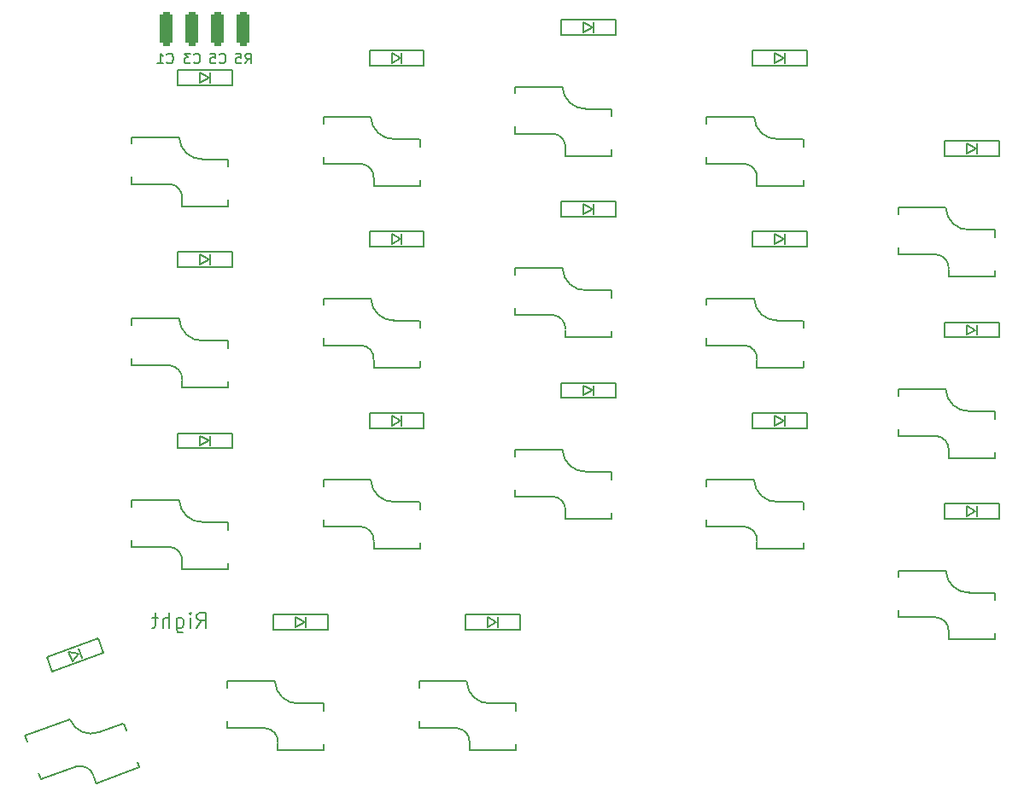
<source format=gbo>
%TF.GenerationSoftware,KiCad,Pcbnew,(7.0.0-0)*%
%TF.CreationDate,2023-03-09T15:58:59+08:00*%
%TF.ProjectId,Input,496e7075-742e-46b6-9963-61645f706362,1*%
%TF.SameCoordinates,PX7bfa480PY6052340*%
%TF.FileFunction,Legend,Bot*%
%TF.FilePolarity,Positive*%
%FSLAX46Y46*%
G04 Gerber Fmt 4.6, Leading zero omitted, Abs format (unit mm)*
G04 Created by KiCad (PCBNEW (7.0.0-0)) date 2023-03-09 15:58:59*
%MOMM*%
%LPD*%
G01*
G04 APERTURE LIST*
G04 Aperture macros list*
%AMRoundRect*
0 Rectangle with rounded corners*
0 $1 Rounding radius*
0 $2 $3 $4 $5 $6 $7 $8 $9 X,Y pos of 4 corners*
0 Add a 4 corners polygon primitive as box body*
4,1,4,$2,$3,$4,$5,$6,$7,$8,$9,$2,$3,0*
0 Add four circle primitives for the rounded corners*
1,1,$1+$1,$2,$3*
1,1,$1+$1,$4,$5*
1,1,$1+$1,$6,$7*
1,1,$1+$1,$8,$9*
0 Add four rect primitives between the rounded corners*
20,1,$1+$1,$2,$3,$4,$5,0*
20,1,$1+$1,$4,$5,$6,$7,0*
20,1,$1+$1,$6,$7,$8,$9,0*
20,1,$1+$1,$8,$9,$2,$3,0*%
%AMRotRect*
0 Rectangle, with rotation*
0 The origin of the aperture is its center*
0 $1 length*
0 $2 width*
0 $3 Rotation angle, in degrees counterclockwise*
0 Add horizontal line*
21,1,$1,$2,0,0,$3*%
G04 Aperture macros list end*
%ADD10C,0.150000*%
%ADD11C,0.200000*%
%ADD12C,0.010000*%
%ADD13C,3.000000*%
%ADD14C,3.200000*%
%ADD15RoundRect,0.317500X0.317500X1.397000X-0.317500X1.397000X-0.317500X-1.397000X0.317500X-1.397000X0*%
%ADD16C,1.700000*%
%ADD17R,2.000000X2.600000*%
%ADD18R,1.400000X1.000000*%
%ADD19RotRect,2.000000X2.600000X20.000000*%
%ADD20RotRect,1.400000X1.000000X200.000000*%
G04 APERTURE END LIST*
D10*
X-3780334Y24027858D02*
X-3732715Y23980239D01*
X-3732715Y23980239D02*
X-3589858Y23932620D01*
X-3589858Y23932620D02*
X-3494620Y23932620D01*
X-3494620Y23932620D02*
X-3351763Y23980239D01*
X-3351763Y23980239D02*
X-3256525Y24075477D01*
X-3256525Y24075477D02*
X-3208906Y24170715D01*
X-3208906Y24170715D02*
X-3161287Y24361191D01*
X-3161287Y24361191D02*
X-3161287Y24504048D01*
X-3161287Y24504048D02*
X-3208906Y24694524D01*
X-3208906Y24694524D02*
X-3256525Y24789762D01*
X-3256525Y24789762D02*
X-3351763Y24885000D01*
X-3351763Y24885000D02*
X-3494620Y24932620D01*
X-3494620Y24932620D02*
X-3589858Y24932620D01*
X-3589858Y24932620D02*
X-3732715Y24885000D01*
X-3732715Y24885000D02*
X-3780334Y24837381D01*
X-4732715Y23932620D02*
X-4161287Y23932620D01*
X-4447001Y23932620D02*
X-4447001Y24932620D01*
X-4447001Y24932620D02*
X-4351763Y24789762D01*
X-4351763Y24789762D02*
X-4256525Y24694524D01*
X-4256525Y24694524D02*
X-4161287Y24646905D01*
X-1113334Y24027858D02*
X-1065715Y23980239D01*
X-1065715Y23980239D02*
X-922858Y23932620D01*
X-922858Y23932620D02*
X-827620Y23932620D01*
X-827620Y23932620D02*
X-684763Y23980239D01*
X-684763Y23980239D02*
X-589525Y24075477D01*
X-589525Y24075477D02*
X-541906Y24170715D01*
X-541906Y24170715D02*
X-494287Y24361191D01*
X-494287Y24361191D02*
X-494287Y24504048D01*
X-494287Y24504048D02*
X-541906Y24694524D01*
X-541906Y24694524D02*
X-589525Y24789762D01*
X-589525Y24789762D02*
X-684763Y24885000D01*
X-684763Y24885000D02*
X-827620Y24932620D01*
X-827620Y24932620D02*
X-922858Y24932620D01*
X-922858Y24932620D02*
X-1065715Y24885000D01*
X-1065715Y24885000D02*
X-1113334Y24837381D01*
X-1446668Y24932620D02*
X-2065715Y24932620D01*
X-2065715Y24932620D02*
X-1732382Y24551667D01*
X-1732382Y24551667D02*
X-1875239Y24551667D01*
X-1875239Y24551667D02*
X-1970477Y24504048D01*
X-1970477Y24504048D02*
X-2018096Y24456429D01*
X-2018096Y24456429D02*
X-2065715Y24361191D01*
X-2065715Y24361191D02*
X-2065715Y24123096D01*
X-2065715Y24123096D02*
X-2018096Y24027858D01*
X-2018096Y24027858D02*
X-1970477Y23980239D01*
X-1970477Y23980239D02*
X-1875239Y23932620D01*
X-1875239Y23932620D02*
X-1589525Y23932620D01*
X-1589525Y23932620D02*
X-1494287Y23980239D01*
X-1494287Y23980239D02*
X-1446668Y24027858D01*
D11*
X-821429Y-32051071D02*
X-321429Y-31336785D01*
X35714Y-32051071D02*
X35714Y-30551071D01*
X35714Y-30551071D02*
X-535715Y-30551071D01*
X-535715Y-30551071D02*
X-678572Y-30622500D01*
X-678572Y-30622500D02*
X-750001Y-30693928D01*
X-750001Y-30693928D02*
X-821429Y-30836785D01*
X-821429Y-30836785D02*
X-821429Y-31051071D01*
X-821429Y-31051071D02*
X-750001Y-31193928D01*
X-750001Y-31193928D02*
X-678572Y-31265357D01*
X-678572Y-31265357D02*
X-535715Y-31336785D01*
X-535715Y-31336785D02*
X35714Y-31336785D01*
X-1464286Y-32051071D02*
X-1464286Y-31051071D01*
X-1464286Y-30551071D02*
X-1392858Y-30622500D01*
X-1392858Y-30622500D02*
X-1464286Y-30693928D01*
X-1464286Y-30693928D02*
X-1535715Y-30622500D01*
X-1535715Y-30622500D02*
X-1464286Y-30551071D01*
X-1464286Y-30551071D02*
X-1464286Y-30693928D01*
X-2821429Y-31051071D02*
X-2821429Y-32265357D01*
X-2821429Y-32265357D02*
X-2750001Y-32408214D01*
X-2750001Y-32408214D02*
X-2678572Y-32479642D01*
X-2678572Y-32479642D02*
X-2535715Y-32551071D01*
X-2535715Y-32551071D02*
X-2321429Y-32551071D01*
X-2321429Y-32551071D02*
X-2178572Y-32479642D01*
X-2821429Y-31979642D02*
X-2678572Y-32051071D01*
X-2678572Y-32051071D02*
X-2392858Y-32051071D01*
X-2392858Y-32051071D02*
X-2250001Y-31979642D01*
X-2250001Y-31979642D02*
X-2178572Y-31908214D01*
X-2178572Y-31908214D02*
X-2107144Y-31765357D01*
X-2107144Y-31765357D02*
X-2107144Y-31336785D01*
X-2107144Y-31336785D02*
X-2178572Y-31193928D01*
X-2178572Y-31193928D02*
X-2250001Y-31122500D01*
X-2250001Y-31122500D02*
X-2392858Y-31051071D01*
X-2392858Y-31051071D02*
X-2678572Y-31051071D01*
X-2678572Y-31051071D02*
X-2821429Y-31122500D01*
X-3535715Y-32051071D02*
X-3535715Y-30551071D01*
X-4178572Y-32051071D02*
X-4178572Y-31265357D01*
X-4178572Y-31265357D02*
X-4107144Y-31122500D01*
X-4107144Y-31122500D02*
X-3964287Y-31051071D01*
X-3964287Y-31051071D02*
X-3750001Y-31051071D01*
X-3750001Y-31051071D02*
X-3607144Y-31122500D01*
X-3607144Y-31122500D02*
X-3535715Y-31193928D01*
X-4678573Y-31051071D02*
X-5250001Y-31051071D01*
X-4892858Y-30551071D02*
X-4892858Y-31836785D01*
X-4892858Y-31836785D02*
X-4964287Y-31979642D01*
X-4964287Y-31979642D02*
X-5107144Y-32051071D01*
X-5107144Y-32051071D02*
X-5250001Y-32051071D01*
D10*
X3966666Y23932620D02*
X4299999Y24408810D01*
X4538094Y23932620D02*
X4538094Y24932620D01*
X4538094Y24932620D02*
X4157142Y24932620D01*
X4157142Y24932620D02*
X4061904Y24885000D01*
X4061904Y24885000D02*
X4014285Y24837381D01*
X4014285Y24837381D02*
X3966666Y24742143D01*
X3966666Y24742143D02*
X3966666Y24599286D01*
X3966666Y24599286D02*
X4014285Y24504048D01*
X4014285Y24504048D02*
X4061904Y24456429D01*
X4061904Y24456429D02*
X4157142Y24408810D01*
X4157142Y24408810D02*
X4538094Y24408810D01*
X3061904Y24932620D02*
X3538094Y24932620D01*
X3538094Y24932620D02*
X3585713Y24456429D01*
X3585713Y24456429D02*
X3538094Y24504048D01*
X3538094Y24504048D02*
X3442856Y24551667D01*
X3442856Y24551667D02*
X3204761Y24551667D01*
X3204761Y24551667D02*
X3109523Y24504048D01*
X3109523Y24504048D02*
X3061904Y24456429D01*
X3061904Y24456429D02*
X3014285Y24361191D01*
X3014285Y24361191D02*
X3014285Y24123096D01*
X3014285Y24123096D02*
X3061904Y24027858D01*
X3061904Y24027858D02*
X3109523Y23980239D01*
X3109523Y23980239D02*
X3204761Y23932620D01*
X3204761Y23932620D02*
X3442856Y23932620D01*
X3442856Y23932620D02*
X3538094Y23980239D01*
X3538094Y23980239D02*
X3585713Y24027858D01*
X1426666Y24027858D02*
X1474285Y23980239D01*
X1474285Y23980239D02*
X1617142Y23932620D01*
X1617142Y23932620D02*
X1712380Y23932620D01*
X1712380Y23932620D02*
X1855237Y23980239D01*
X1855237Y23980239D02*
X1950475Y24075477D01*
X1950475Y24075477D02*
X1998094Y24170715D01*
X1998094Y24170715D02*
X2045713Y24361191D01*
X2045713Y24361191D02*
X2045713Y24504048D01*
X2045713Y24504048D02*
X1998094Y24694524D01*
X1998094Y24694524D02*
X1950475Y24789762D01*
X1950475Y24789762D02*
X1855237Y24885000D01*
X1855237Y24885000D02*
X1712380Y24932620D01*
X1712380Y24932620D02*
X1617142Y24932620D01*
X1617142Y24932620D02*
X1474285Y24885000D01*
X1474285Y24885000D02*
X1426666Y24837381D01*
X521904Y24932620D02*
X998094Y24932620D01*
X998094Y24932620D02*
X1045713Y24456429D01*
X1045713Y24456429D02*
X998094Y24504048D01*
X998094Y24504048D02*
X902856Y24551667D01*
X902856Y24551667D02*
X664761Y24551667D01*
X664761Y24551667D02*
X569523Y24504048D01*
X569523Y24504048D02*
X521904Y24456429D01*
X521904Y24456429D02*
X474285Y24361191D01*
X474285Y24361191D02*
X474285Y24123096D01*
X474285Y24123096D02*
X521904Y24027858D01*
X521904Y24027858D02*
X569523Y23980239D01*
X569523Y23980239D02*
X664761Y23932620D01*
X664761Y23932620D02*
X902856Y23932620D01*
X902856Y23932620D02*
X998094Y23980239D01*
X998094Y23980239D02*
X1045713Y24027858D01*
%TO.C,SW20*%
X21300000Y12380000D02*
X21300000Y11800000D01*
X21300000Y15682000D02*
X21300000Y15682000D01*
X21300000Y16400000D02*
X21300000Y15682000D01*
X21275000Y11775000D02*
X16725000Y11775000D01*
X21275000Y16425000D02*
X18725000Y16425000D01*
X16720000Y12500000D02*
X16720000Y11800000D01*
X16425000Y18625000D02*
X11725000Y18625000D01*
X15500000Y13975000D02*
X11725000Y13975000D01*
X11725000Y14666000D02*
X11725000Y13975000D01*
X11725000Y18625000D02*
X11725000Y17968000D01*
X16430001Y18600000D02*
G75*
G03*
X18800000Y16430001I2269999J100000D01*
G01*
X16720000Y12550000D02*
G75*
G03*
X15500000Y13970000I-1320000J100000D01*
G01*
%TO.C,D47*%
X78700000Y-21250000D02*
X73300000Y-21250000D01*
X78700000Y-19750000D02*
X78700000Y-21250000D01*
X76500000Y-20000000D02*
X76500000Y-21000000D01*
X76400000Y-20500000D02*
X75500000Y-20000000D01*
X75500000Y-21000000D02*
X76400000Y-20500000D01*
X75500000Y-20000000D02*
X75500000Y-21000000D01*
X73300000Y-19750000D02*
X78700000Y-19750000D01*
X73300000Y-19750000D02*
X73300000Y-21250000D01*
%TO.C,D32*%
X21700000Y5775000D02*
X16300000Y5775000D01*
X21700000Y7275000D02*
X21700000Y5775000D01*
X19500000Y7025000D02*
X19500000Y6025000D01*
X19400000Y6525000D02*
X18500000Y7025000D01*
X18500000Y6025000D02*
X19400000Y6525000D01*
X18500000Y7025000D02*
X18500000Y6025000D01*
X16300000Y7275000D02*
X21700000Y7275000D01*
X16300000Y7275000D02*
X16300000Y5775000D01*
%TO.C,SW22*%
X59300000Y12380000D02*
X59300000Y11800000D01*
X59300000Y15682000D02*
X59300000Y15682000D01*
X59300000Y16400000D02*
X59300000Y15682000D01*
X59275000Y11775000D02*
X54725000Y11775000D01*
X59275000Y16425000D02*
X56725000Y16425000D01*
X54720000Y12500000D02*
X54720000Y11800000D01*
X54425000Y18625000D02*
X49725000Y18625000D01*
X53500000Y13975000D02*
X49725000Y13975000D01*
X49725000Y14666000D02*
X49725000Y13975000D01*
X49725000Y18625000D02*
X49725000Y17968000D01*
X54430001Y18600000D02*
G75*
G03*
X56800000Y16430001I2269999J100000D01*
G01*
X54720000Y12550000D02*
G75*
G03*
X53500000Y13970000I-1320000J100000D01*
G01*
%TO.C,D21*%
X40700000Y26750000D02*
X35300000Y26750000D01*
X40700000Y28250000D02*
X40700000Y26750000D01*
X38500000Y28000000D02*
X38500000Y27000000D01*
X38400000Y27500000D02*
X37500000Y28000000D01*
X37500000Y27000000D02*
X38400000Y27500000D01*
X37500000Y28000000D02*
X37500000Y27000000D01*
X35300000Y28250000D02*
X40700000Y28250000D01*
X35300000Y28250000D02*
X35300000Y26750000D01*
%TO.C,D56*%
X12200000Y-32250000D02*
X6800000Y-32250000D01*
X12200000Y-30750000D02*
X12200000Y-32250000D01*
X10000000Y-31000000D02*
X10000000Y-32000000D01*
X9900000Y-31500000D02*
X9000000Y-31000000D01*
X9000000Y-32000000D02*
X9900000Y-31500000D01*
X9000000Y-31000000D02*
X9000000Y-32000000D01*
X6800000Y-30750000D02*
X12200000Y-30750000D01*
X6800000Y-30750000D02*
X6800000Y-32250000D01*
%TO.C,D57*%
X31199984Y-32250000D02*
X25799984Y-32250000D01*
X31199984Y-30750000D02*
X31199984Y-32250000D01*
X28999984Y-31000000D02*
X28999984Y-32000000D01*
X28899984Y-31500000D02*
X27999984Y-31000000D01*
X27999984Y-32000000D02*
X28899984Y-31500000D01*
X27999984Y-31000000D02*
X27999984Y-32000000D01*
X25799984Y-30750000D02*
X31199984Y-30750000D01*
X25799984Y-30750000D02*
X25799984Y-32250000D01*
%TO.C,SW44*%
X21300000Y-23620000D02*
X21300000Y-24200000D01*
X21300000Y-20318000D02*
X21300000Y-20318000D01*
X21300000Y-19600000D02*
X21300000Y-20318000D01*
X21275000Y-24225000D02*
X16725000Y-24225000D01*
X21275000Y-19575000D02*
X18725000Y-19575000D01*
X16720000Y-23500000D02*
X16720000Y-24200000D01*
X16425000Y-17375000D02*
X11725000Y-17375000D01*
X15500000Y-22025000D02*
X11725000Y-22025000D01*
X11725000Y-21334000D02*
X11725000Y-22025000D01*
X11725000Y-17375000D02*
X11725000Y-18032000D01*
X16430001Y-17400000D02*
G75*
G03*
X18800000Y-19569999I2269999J100000D01*
G01*
X16720000Y-23450000D02*
G75*
G03*
X15500000Y-22030000I-1320000J100000D01*
G01*
%TO.C,D23*%
X78750000Y14750000D02*
X73350000Y14750000D01*
X78750000Y16250000D02*
X78750000Y14750000D01*
X76550000Y16000000D02*
X76550000Y15000000D01*
X76450000Y15500000D02*
X75550000Y16000000D01*
X75550000Y15000000D02*
X76450000Y15500000D01*
X75550000Y16000000D02*
X75550000Y15000000D01*
X73350000Y16250000D02*
X78750000Y16250000D01*
X73350000Y16250000D02*
X73350000Y14750000D01*
%TO.C,SW34*%
X59300000Y-5620000D02*
X59300000Y-6200000D01*
X59300000Y-2318000D02*
X59300000Y-2318000D01*
X59300000Y-1600000D02*
X59300000Y-2318000D01*
X59275000Y-6225000D02*
X54725000Y-6225000D01*
X59275000Y-1575000D02*
X56725000Y-1575000D01*
X54720000Y-5500000D02*
X54720000Y-6200000D01*
X54425000Y625000D02*
X49725000Y625000D01*
X53500000Y-4025000D02*
X49725000Y-4025000D01*
X49725000Y-3334000D02*
X49725000Y-4025000D01*
X49725000Y625000D02*
X49725000Y-32000D01*
X54430001Y600000D02*
G75*
G03*
X56800000Y-1569999I2269999J100000D01*
G01*
X54720000Y-5450000D02*
G75*
G03*
X53500000Y-4030000I-1320000J100000D01*
G01*
%TO.C,D31*%
X2699998Y3749997D02*
X-2700002Y3749997D01*
X2699998Y5249997D02*
X2699998Y3749997D01*
X499998Y4999997D02*
X499998Y3999997D01*
X399998Y4499997D02*
X-500002Y4999997D01*
X-500002Y3999997D02*
X399998Y4499997D01*
X-500002Y4999997D02*
X-500002Y3999997D01*
X-2700002Y5249997D02*
X2699998Y5249997D01*
X-2700002Y5249997D02*
X-2700002Y3749997D01*
%TO.C,SW55*%
X-11064449Y-46744516D02*
G75*
G03*
X-12696543Y-45827417I-1274596J-357497D01*
G01*
X-13406183Y-41158561D02*
G75*
G03*
X-10436927Y-42387107I2098901J870355D01*
G01*
X-17835986Y-42744274D02*
X-17611279Y-43361652D01*
X-16481928Y-46464517D02*
X-16245592Y-47113845D01*
X-12698253Y-45822719D02*
X-16245592Y-47113845D01*
X-13419431Y-41136779D02*
X-17835986Y-42744274D01*
X-11047348Y-46791501D02*
X-10807934Y-47449285D01*
X-8109477Y-41545305D02*
X-10505693Y-42417457D01*
X-6519084Y-45914876D02*
X-10794685Y-47471068D01*
X-8077434Y-41560247D02*
X-7831864Y-42234946D01*
X-7831864Y-42234946D02*
X-7831864Y-42234946D01*
X-6702513Y-45337811D02*
X-6504142Y-45882833D01*
%TO.C,D46*%
X59700000Y-12250000D02*
X54300000Y-12250000D01*
X59700000Y-10750000D02*
X59700000Y-12250000D01*
X57500000Y-11000000D02*
X57500000Y-12000000D01*
X57400000Y-11500000D02*
X56500000Y-11000000D01*
X56500000Y-12000000D02*
X57400000Y-11500000D01*
X56500000Y-11000000D02*
X56500000Y-12000000D01*
X54300000Y-10750000D02*
X59700000Y-10750000D01*
X54300000Y-10750000D02*
X54300000Y-12250000D01*
%TO.C,SW21*%
X40300000Y15380000D02*
X40300000Y14800000D01*
X40300000Y18682000D02*
X40300000Y18682000D01*
X40300000Y19400000D02*
X40300000Y18682000D01*
X40275000Y14775000D02*
X35725000Y14775000D01*
X40275000Y19425000D02*
X37725000Y19425000D01*
X35720000Y15500000D02*
X35720000Y14800000D01*
X35425000Y21625000D02*
X30725000Y21625000D01*
X34500000Y16975000D02*
X30725000Y16975000D01*
X30725000Y17666000D02*
X30725000Y16975000D01*
X30725000Y21625000D02*
X30725000Y20968000D01*
X35430001Y21600000D02*
G75*
G03*
X37800000Y19430001I2269999J100000D01*
G01*
X35720000Y15550000D02*
G75*
G03*
X34500000Y16970000I-1320000J100000D01*
G01*
%TO.C,SW19*%
X2300000Y10380000D02*
X2300000Y9800000D01*
X2300000Y13682000D02*
X2300000Y13682000D01*
X2300000Y14400000D02*
X2300000Y13682000D01*
X2275000Y9775000D02*
X-2275000Y9775000D01*
X2275000Y14425000D02*
X-275000Y14425000D01*
X-2280000Y10500000D02*
X-2280000Y9800000D01*
X-2575000Y16625000D02*
X-7275000Y16625000D01*
X-3500000Y11975000D02*
X-7275000Y11975000D01*
X-7275000Y12666000D02*
X-7275000Y11975000D01*
X-7275000Y16625000D02*
X-7275000Y15968000D01*
X-2569999Y16600000D02*
G75*
G03*
X-200000Y14430001I2269999J100000D01*
G01*
X-2280000Y10550000D02*
G75*
G03*
X-3500000Y11970000I-1320000J100000D01*
G01*
%TO.C,D44*%
X21700000Y-12250000D02*
X16300000Y-12250000D01*
X21700000Y-10750000D02*
X21700000Y-12250000D01*
X19500000Y-11000000D02*
X19500000Y-12000000D01*
X19400000Y-11500000D02*
X18500000Y-11000000D01*
X18500000Y-12000000D02*
X19400000Y-11500000D01*
X18500000Y-11000000D02*
X18500000Y-12000000D01*
X16300000Y-10750000D02*
X21700000Y-10750000D01*
X16300000Y-10750000D02*
X16300000Y-12250000D01*
%TO.C,SW45*%
X40300000Y-20620000D02*
X40300000Y-21200000D01*
X40300000Y-17318000D02*
X40300000Y-17318000D01*
X40300000Y-16600000D02*
X40300000Y-17318000D01*
X40275000Y-21225000D02*
X35725000Y-21225000D01*
X40275000Y-16575000D02*
X37725000Y-16575000D01*
X35720000Y-20500000D02*
X35720000Y-21200000D01*
X35425000Y-14375000D02*
X30725000Y-14375000D01*
X34500000Y-19025000D02*
X30725000Y-19025000D01*
X30725000Y-18334000D02*
X30725000Y-19025000D01*
X30725000Y-14375000D02*
X30725000Y-15032000D01*
X35430001Y-14400000D02*
G75*
G03*
X37800000Y-16569999I2269999J100000D01*
G01*
X35720000Y-20450000D02*
G75*
G03*
X34500000Y-19030000I-1320000J100000D01*
G01*
%TO.C,D35*%
X78700000Y-3250000D02*
X73300000Y-3250000D01*
X78700000Y-1750000D02*
X78700000Y-3250000D01*
X76500000Y-2000000D02*
X76500000Y-3000000D01*
X76400000Y-2500000D02*
X75500000Y-2000000D01*
X75500000Y-3000000D02*
X76400000Y-2500000D01*
X75500000Y-2000000D02*
X75500000Y-3000000D01*
X73300000Y-1750000D02*
X78700000Y-1750000D01*
X73300000Y-1750000D02*
X73300000Y-3250000D01*
%TO.C,D43*%
X2699998Y-14250003D02*
X-2700002Y-14250003D01*
X2699998Y-12750003D02*
X2699998Y-14250003D01*
X499998Y-13000003D02*
X499998Y-14000003D01*
X399998Y-13500003D02*
X-500002Y-13000003D01*
X-500002Y-14000003D02*
X399998Y-13500003D01*
X-500002Y-13000003D02*
X-500002Y-14000003D01*
X-2700002Y-12750003D02*
X2699998Y-12750003D01*
X-2700002Y-12750003D02*
X-2700002Y-14250003D01*
%TO.C,SW33*%
X40300000Y-2620000D02*
X40300000Y-3200000D01*
X40300000Y682000D02*
X40300000Y682000D01*
X40300000Y1400000D02*
X40300000Y682000D01*
X40275000Y-3225000D02*
X35725000Y-3225000D01*
X40275000Y1425000D02*
X37725000Y1425000D01*
X35720000Y-2500000D02*
X35720000Y-3200000D01*
X35425000Y3625000D02*
X30725000Y3625000D01*
X34500000Y-1025000D02*
X30725000Y-1025000D01*
X30725000Y-334000D02*
X30725000Y-1025000D01*
X30725000Y3625000D02*
X30725000Y2968000D01*
X35430001Y3600000D02*
G75*
G03*
X37800000Y1430001I2269999J100000D01*
G01*
X35720000Y-2450000D02*
G75*
G03*
X34500000Y-1030000I-1320000J100000D01*
G01*
%TO.C,SW47*%
X78300000Y-32620000D02*
X78300000Y-33200000D01*
X78300000Y-29318000D02*
X78300000Y-29318000D01*
X78300000Y-28600000D02*
X78300000Y-29318000D01*
X78275000Y-33225000D02*
X73725000Y-33225000D01*
X78275000Y-28575000D02*
X75725000Y-28575000D01*
X73720000Y-32500000D02*
X73720000Y-33200000D01*
X73425000Y-26375000D02*
X68725000Y-26375000D01*
X72500000Y-31025000D02*
X68725000Y-31025000D01*
X68725000Y-30334000D02*
X68725000Y-31025000D01*
X68725000Y-26375000D02*
X68725000Y-27032000D01*
X73430001Y-26400000D02*
G75*
G03*
X75800000Y-28569999I2269999J100000D01*
G01*
X73720000Y-32450000D02*
G75*
G03*
X72500000Y-31030000I-1320000J100000D01*
G01*
%TO.C,D19*%
X2700000Y21750000D02*
X-2700000Y21750000D01*
X2700000Y23250000D02*
X2700000Y21750000D01*
X500000Y23000000D02*
X500000Y22000000D01*
X400000Y22500000D02*
X-500000Y23000000D01*
X-500000Y22000000D02*
X400000Y22500000D01*
X-500000Y23000000D02*
X-500000Y22000000D01*
X-2700000Y23250000D02*
X2700000Y23250000D01*
X-2700000Y23250000D02*
X-2700000Y21750000D01*
%TO.C,SW32*%
X21300000Y-5620000D02*
X21300000Y-6200000D01*
X21300000Y-2318000D02*
X21300000Y-2318000D01*
X21300000Y-1600000D02*
X21300000Y-2318000D01*
X21275000Y-6225000D02*
X16725000Y-6225000D01*
X21275000Y-1575000D02*
X18725000Y-1575000D01*
X16720000Y-5500000D02*
X16720000Y-6200000D01*
X16425000Y625000D02*
X11725000Y625000D01*
X15500000Y-4025000D02*
X11725000Y-4025000D01*
X11725000Y-3334000D02*
X11725000Y-4025000D01*
X11725000Y625000D02*
X11725000Y-32000D01*
X16430001Y600000D02*
G75*
G03*
X18800000Y-1569999I2269999J100000D01*
G01*
X16720000Y-5450000D02*
G75*
G03*
X15500000Y-4030000I-1320000J100000D01*
G01*
%TO.C,SW35*%
X78300000Y-14620000D02*
X78300000Y-15200000D01*
X78300000Y-11318000D02*
X78300000Y-11318000D01*
X78300000Y-10600000D02*
X78300000Y-11318000D01*
X78275000Y-15225000D02*
X73725000Y-15225000D01*
X78275000Y-10575000D02*
X75725000Y-10575000D01*
X73720000Y-14500000D02*
X73720000Y-15200000D01*
X73425000Y-8375000D02*
X68725000Y-8375000D01*
X72500000Y-13025000D02*
X68725000Y-13025000D01*
X68725000Y-12334000D02*
X68725000Y-13025000D01*
X68725000Y-8375000D02*
X68725000Y-9032000D01*
X73430001Y-8400000D02*
G75*
G03*
X75800000Y-10569999I2269999J100000D01*
G01*
X73720000Y-14450000D02*
G75*
G03*
X72500000Y-13030000I-1320000J100000D01*
G01*
%TO.C,SW43*%
X2300000Y-25620000D02*
X2300000Y-26200000D01*
X2300000Y-22318000D02*
X2300000Y-22318000D01*
X2300000Y-21600000D02*
X2300000Y-22318000D01*
X2275000Y-26225000D02*
X-2275000Y-26225000D01*
X2275000Y-21575000D02*
X-275000Y-21575000D01*
X-2280000Y-25500000D02*
X-2280000Y-26200000D01*
X-2575000Y-19375000D02*
X-7275000Y-19375000D01*
X-3500000Y-24025000D02*
X-7275000Y-24025000D01*
X-7275000Y-23334000D02*
X-7275000Y-24025000D01*
X-7275000Y-19375000D02*
X-7275000Y-20032000D01*
X-2569999Y-19400000D02*
G75*
G03*
X-200000Y-21569999I2269999J100000D01*
G01*
X-2280000Y-25450000D02*
G75*
G03*
X-3500000Y-24030000I-1320000J100000D01*
G01*
%TO.C,SW31*%
X2300000Y-7620000D02*
X2300000Y-8200000D01*
X2300000Y-4318000D02*
X2300000Y-4318000D01*
X2300000Y-3600000D02*
X2300000Y-4318000D01*
X2275000Y-8225000D02*
X-2275000Y-8225000D01*
X2275000Y-3575000D02*
X-275000Y-3575000D01*
X-2280000Y-7500000D02*
X-2280000Y-8200000D01*
X-2575000Y-1375000D02*
X-7275000Y-1375000D01*
X-3500000Y-6025000D02*
X-7275000Y-6025000D01*
X-7275000Y-5334000D02*
X-7275000Y-6025000D01*
X-7275000Y-1375000D02*
X-7275000Y-2032000D01*
X-2569999Y-1400000D02*
G75*
G03*
X-200000Y-3569999I2269999J100000D01*
G01*
X-2280000Y-7450000D02*
G75*
G03*
X-3500000Y-6030000I-1320000J100000D01*
G01*
%TO.C,D20*%
X21700000Y23750000D02*
X16300000Y23750000D01*
X21700000Y25250000D02*
X21700000Y23750000D01*
X19500000Y25000000D02*
X19500000Y24000000D01*
X19400000Y24500000D02*
X18500000Y25000000D01*
X18500000Y24000000D02*
X19400000Y24500000D01*
X18500000Y25000000D02*
X18500000Y24000000D01*
X16300000Y25250000D02*
X21700000Y25250000D01*
X16300000Y25250000D02*
X16300000Y23750000D01*
%TO.C,D33*%
X40700000Y8750000D02*
X35300000Y8750000D01*
X40700000Y10250000D02*
X40700000Y8750000D01*
X38500000Y10000000D02*
X38500000Y9000000D01*
X38400000Y9500000D02*
X37500000Y10000000D01*
X37500000Y9000000D02*
X38400000Y9500000D01*
X37500000Y10000000D02*
X37500000Y9000000D01*
X35300000Y10250000D02*
X40700000Y10250000D01*
X35300000Y10250000D02*
X35300000Y8750000D01*
%TO.C,D22*%
X59700000Y23750000D02*
X54300000Y23750000D01*
X59700000Y25250000D02*
X59700000Y23750000D01*
X57500000Y25000000D02*
X57500000Y24000000D01*
X57400000Y24500000D02*
X56500000Y25000000D01*
X56500000Y24000000D02*
X57400000Y24500000D01*
X56500000Y25000000D02*
X56500000Y24000000D01*
X54300000Y25250000D02*
X59700000Y25250000D01*
X54300000Y25250000D02*
X54300000Y23750000D01*
%TO.C,D45*%
X40700000Y-9250000D02*
X35300000Y-9250000D01*
X40700000Y-7750000D02*
X40700000Y-9250000D01*
X38500000Y-8000000D02*
X38500000Y-9000000D01*
X38400000Y-8500000D02*
X37500000Y-8000000D01*
X37500000Y-9000000D02*
X38400000Y-8500000D01*
X37500000Y-8000000D02*
X37500000Y-9000000D01*
X35300000Y-7750000D02*
X40700000Y-7750000D01*
X35300000Y-7750000D02*
X35300000Y-9250000D01*
%TO.C,SW23*%
X78300000Y3380000D02*
X78300000Y2800000D01*
X78300000Y6682000D02*
X78300000Y6682000D01*
X78300000Y7400000D02*
X78300000Y6682000D01*
X78275000Y2775000D02*
X73725000Y2775000D01*
X78275000Y7425000D02*
X75725000Y7425000D01*
X73720000Y3500000D02*
X73720000Y2800000D01*
X73425000Y9625000D02*
X68725000Y9625000D01*
X72500000Y4975000D02*
X68725000Y4975000D01*
X68725000Y5666000D02*
X68725000Y4975000D01*
X68725000Y9625000D02*
X68725000Y8968000D01*
X73430001Y9600000D02*
G75*
G03*
X75800000Y7430001I2269999J100000D01*
G01*
X73720000Y3550000D02*
G75*
G03*
X72500000Y4970000I-1320000J100000D01*
G01*
%TO.C,SW46*%
X59300000Y-23620000D02*
X59300000Y-24200000D01*
X59300000Y-20318000D02*
X59300000Y-20318000D01*
X59300000Y-19600000D02*
X59300000Y-20318000D01*
X59275000Y-24225000D02*
X54725000Y-24225000D01*
X59275000Y-19575000D02*
X56725000Y-19575000D01*
X54720000Y-23500000D02*
X54720000Y-24200000D01*
X54425000Y-17375000D02*
X49725000Y-17375000D01*
X53500000Y-22025000D02*
X49725000Y-22025000D01*
X49725000Y-21334000D02*
X49725000Y-22025000D01*
X49725000Y-17375000D02*
X49725000Y-18032000D01*
X54430001Y-17400000D02*
G75*
G03*
X56800000Y-19569999I2269999J100000D01*
G01*
X54720000Y-23450000D02*
G75*
G03*
X53500000Y-22030000I-1320000J100000D01*
G01*
%TO.C,D34*%
X59700000Y5750000D02*
X54300000Y5750000D01*
X59700000Y7250000D02*
X59700000Y5750000D01*
X57500000Y7000000D02*
X57500000Y6000000D01*
X57400000Y6500000D02*
X56500000Y7000000D01*
X56500000Y6000000D02*
X57400000Y6500000D01*
X56500000Y7000000D02*
X56500000Y6000000D01*
X54300000Y7250000D02*
X59700000Y7250000D01*
X54300000Y7250000D02*
X54300000Y5750000D01*
%TO.C,SW56*%
X11799996Y-43620000D02*
X11799996Y-44200000D01*
X11799996Y-40318000D02*
X11799996Y-40318000D01*
X11799996Y-39600000D02*
X11799996Y-40318000D01*
X11774996Y-44225000D02*
X7224996Y-44225000D01*
X11774996Y-39575000D02*
X9224996Y-39575000D01*
X7219996Y-43500000D02*
X7219996Y-44200000D01*
X6924996Y-37375000D02*
X2224996Y-37375000D01*
X5999996Y-42025000D02*
X2224996Y-42025000D01*
X2224996Y-41334000D02*
X2224996Y-42025000D01*
X2224996Y-37375000D02*
X2224996Y-38032000D01*
X6929997Y-37400000D02*
G75*
G03*
X9299996Y-39569999I2269999J100000D01*
G01*
X7219996Y-43450000D02*
G75*
G03*
X5999996Y-42030000I-1320000J100000D01*
G01*
%TO.C,D55*%
X-10082650Y-34524954D02*
X-15156990Y-36371863D01*
X-10595680Y-33115415D02*
X-10082650Y-34524954D01*
X-12577499Y-34102783D02*
X-12235479Y-35042475D01*
X-12500458Y-34606831D02*
X-13517191Y-34444803D01*
X-13175171Y-35384495D02*
X-12500458Y-34606831D01*
X-13517191Y-34444803D02*
X-13175171Y-35384495D01*
X-15670020Y-34962324D02*
X-10595680Y-33115415D01*
X-15670020Y-34962324D02*
X-15156990Y-36371863D01*
%TO.C,SW57*%
X30800000Y-43620000D02*
X30800000Y-44200000D01*
X30800000Y-40318000D02*
X30800000Y-40318000D01*
X30800000Y-39600000D02*
X30800000Y-40318000D01*
X30775000Y-44225000D02*
X26225000Y-44225000D01*
X30775000Y-39575000D02*
X28225000Y-39575000D01*
X26220000Y-43500000D02*
X26220000Y-44200000D01*
X25925000Y-37375000D02*
X21225000Y-37375000D01*
X25000000Y-42025000D02*
X21225000Y-42025000D01*
X21225000Y-41334000D02*
X21225000Y-42025000D01*
X21225000Y-37375000D02*
X21225000Y-38032000D01*
X25930001Y-37400000D02*
G75*
G03*
X28300000Y-39569999I2269999J100000D01*
G01*
X26220000Y-43450000D02*
G75*
G03*
X25000000Y-42030000I-1320000J100000D01*
G01*
%TD*%
%LPC*%
%TO.C,REF\u002A\u002A*%
G36*
X54482829Y-37951097D02*
G01*
X54542753Y-37973355D01*
X54567673Y-37990080D01*
X54592910Y-38014043D01*
X54610912Y-38044526D01*
X54622858Y-38086023D01*
X54629930Y-38143032D01*
X54633308Y-38220047D01*
X54634171Y-38321565D01*
X54634002Y-38374027D01*
X54633153Y-38445715D01*
X54631711Y-38502925D01*
X54629814Y-38540809D01*
X54627597Y-38554514D01*
X54613172Y-38549981D01*
X54584054Y-38537670D01*
X54583181Y-38537272D01*
X54568060Y-38529356D01*
X54557891Y-38518495D01*
X54551691Y-38499471D01*
X54548478Y-38467069D01*
X54547270Y-38416071D01*
X54547086Y-38341261D01*
X54546714Y-38293804D01*
X54542750Y-38204615D01*
X54533673Y-38139287D01*
X54518524Y-38094393D01*
X54496345Y-38066507D01*
X54466175Y-38052203D01*
X54461990Y-38051206D01*
X54405480Y-38050427D01*
X54361410Y-38075744D01*
X54330972Y-38126502D01*
X54325544Y-38141175D01*
X54313171Y-38173649D01*
X54306905Y-38188572D01*
X54294036Y-38186516D01*
X54265933Y-38175357D01*
X54239721Y-38156927D01*
X54227771Y-38122098D01*
X54231336Y-38097151D01*
X54253235Y-38046547D01*
X54288644Y-37999128D01*
X54330052Y-37966334D01*
X54347400Y-37958752D01*
X54413089Y-37946076D01*
X54482829Y-37951097D01*
G37*
D12*
X54482829Y-37951097D02*
X54542753Y-37973355D01*
X54567673Y-37990080D01*
X54592910Y-38014043D01*
X54610912Y-38044526D01*
X54622858Y-38086023D01*
X54629930Y-38143032D01*
X54633308Y-38220047D01*
X54634171Y-38321565D01*
X54634002Y-38374027D01*
X54633153Y-38445715D01*
X54631711Y-38502925D01*
X54629814Y-38540809D01*
X54627597Y-38554514D01*
X54613172Y-38549981D01*
X54584054Y-38537670D01*
X54583181Y-38537272D01*
X54568060Y-38529356D01*
X54557891Y-38518495D01*
X54551691Y-38499471D01*
X54548478Y-38467069D01*
X54547270Y-38416071D01*
X54547086Y-38341261D01*
X54546714Y-38293804D01*
X54542750Y-38204615D01*
X54533673Y-38139287D01*
X54518524Y-38094393D01*
X54496345Y-38066507D01*
X54466175Y-38052203D01*
X54461990Y-38051206D01*
X54405480Y-38050427D01*
X54361410Y-38075744D01*
X54330972Y-38126502D01*
X54325544Y-38141175D01*
X54313171Y-38173649D01*
X54306905Y-38188572D01*
X54294036Y-38186516D01*
X54265933Y-38175357D01*
X54239721Y-38156927D01*
X54227771Y-38122098D01*
X54231336Y-38097151D01*
X54253235Y-38046547D01*
X54288644Y-37999128D01*
X54330052Y-37966334D01*
X54347400Y-37958752D01*
X54413089Y-37946076D01*
X54482829Y-37951097D01*
G36*
X58431020Y-37917822D02*
G01*
X58498810Y-37949680D01*
X58554366Y-38004770D01*
X58565881Y-38022016D01*
X58575432Y-38041562D01*
X58582206Y-38066198D01*
X58586819Y-38100711D01*
X58589888Y-38149889D01*
X58592029Y-38218519D01*
X58593859Y-38311389D01*
X58598404Y-38569007D01*
X58560225Y-38554491D01*
X58525268Y-38541156D01*
X58499097Y-38528323D01*
X58482013Y-38511780D01*
X58472086Y-38486465D01*
X58467386Y-38447316D01*
X58465982Y-38389268D01*
X58465943Y-38307261D01*
X58465744Y-38241895D01*
X58464559Y-38179173D01*
X58461729Y-38136334D01*
X58456609Y-38108220D01*
X58448553Y-38089675D01*
X58436914Y-38075543D01*
X58408303Y-38055600D01*
X58360239Y-38048083D01*
X58312688Y-38067079D01*
X58309550Y-38069511D01*
X58299769Y-38080748D01*
X58292553Y-38098770D01*
X58287299Y-38128026D01*
X58283402Y-38172962D01*
X58280256Y-38238028D01*
X58277257Y-38327670D01*
X58270000Y-38567697D01*
X58208314Y-38540044D01*
X58146629Y-38512391D01*
X58146629Y-38293246D01*
X58146884Y-38233711D01*
X58149086Y-38150892D01*
X58154661Y-38089227D01*
X58164941Y-38043748D01*
X58181258Y-38009484D01*
X58204943Y-37981466D01*
X58237328Y-37954723D01*
X58283907Y-37927780D01*
X58357287Y-37910191D01*
X58431020Y-37917822D01*
G37*
X58431020Y-37917822D02*
X58498810Y-37949680D01*
X58554366Y-38004770D01*
X58565881Y-38022016D01*
X58575432Y-38041562D01*
X58582206Y-38066198D01*
X58586819Y-38100711D01*
X58589888Y-38149889D01*
X58592029Y-38218519D01*
X58593859Y-38311389D01*
X58598404Y-38569007D01*
X58560225Y-38554491D01*
X58525268Y-38541156D01*
X58499097Y-38528323D01*
X58482013Y-38511780D01*
X58472086Y-38486465D01*
X58467386Y-38447316D01*
X58465982Y-38389268D01*
X58465943Y-38307261D01*
X58465744Y-38241895D01*
X58464559Y-38179173D01*
X58461729Y-38136334D01*
X58456609Y-38108220D01*
X58448553Y-38089675D01*
X58436914Y-38075543D01*
X58408303Y-38055600D01*
X58360239Y-38048083D01*
X58312688Y-38067079D01*
X58309550Y-38069511D01*
X58299769Y-38080748D01*
X58292553Y-38098770D01*
X58287299Y-38128026D01*
X58283402Y-38172962D01*
X58280256Y-38238028D01*
X58277257Y-38327670D01*
X58270000Y-38567697D01*
X58208314Y-38540044D01*
X58146629Y-38512391D01*
X58146629Y-38293246D01*
X58146884Y-38233711D01*
X58149086Y-38150892D01*
X58154661Y-38089227D01*
X58164941Y-38043748D01*
X58181258Y-38009484D01*
X58204943Y-37981466D01*
X58237328Y-37954723D01*
X58283907Y-37927780D01*
X58357287Y-37910191D01*
X58431020Y-37917822D01*
G36*
X56607691Y-37966467D02*
G01*
X56612273Y-37969003D01*
X56649704Y-37998057D01*
X56683170Y-38035410D01*
X56689007Y-38043852D01*
X56700165Y-38063553D01*
X56708136Y-38086935D01*
X56713618Y-38119067D01*
X56717307Y-38165019D01*
X56719899Y-38229859D01*
X56722092Y-38318657D01*
X56722402Y-38333669D01*
X56723400Y-38430999D01*
X56721994Y-38499934D01*
X56718164Y-38540948D01*
X56711889Y-38554514D01*
X56692898Y-38550452D01*
X56660638Y-38538144D01*
X56653041Y-38534545D01*
X56641176Y-38526398D01*
X56632994Y-38513004D01*
X56627643Y-38489608D01*
X56624269Y-38451455D01*
X56622019Y-38393790D01*
X56620040Y-38311857D01*
X56619498Y-38287907D01*
X56617403Y-38212266D01*
X56614683Y-38159328D01*
X56610515Y-38124075D01*
X56604079Y-38101487D01*
X56594550Y-38086544D01*
X56581106Y-38074227D01*
X56541305Y-38052634D01*
X56492341Y-38048476D01*
X56448529Y-38064999D01*
X56417008Y-38099210D01*
X56404914Y-38148114D01*
X56404578Y-38161407D01*
X56397972Y-38185472D01*
X56378470Y-38189144D01*
X56340283Y-38174813D01*
X56331438Y-38170217D01*
X56307534Y-38143186D01*
X56307061Y-38102994D01*
X56329836Y-38047409D01*
X56350727Y-38017117D01*
X56404142Y-37974084D01*
X56470074Y-37949755D01*
X56540574Y-37946443D01*
X56607691Y-37966467D01*
G37*
X56607691Y-37966467D02*
X56612273Y-37969003D01*
X56649704Y-37998057D01*
X56683170Y-38035410D01*
X56689007Y-38043852D01*
X56700165Y-38063553D01*
X56708136Y-38086935D01*
X56713618Y-38119067D01*
X56717307Y-38165019D01*
X56719899Y-38229859D01*
X56722092Y-38318657D01*
X56722402Y-38333669D01*
X56723400Y-38430999D01*
X56721994Y-38499934D01*
X56718164Y-38540948D01*
X56711889Y-38554514D01*
X56692898Y-38550452D01*
X56660638Y-38538144D01*
X56653041Y-38534545D01*
X56641176Y-38526398D01*
X56632994Y-38513004D01*
X56627643Y-38489608D01*
X56624269Y-38451455D01*
X56622019Y-38393790D01*
X56620040Y-38311857D01*
X56619498Y-38287907D01*
X56617403Y-38212266D01*
X56614683Y-38159328D01*
X56610515Y-38124075D01*
X56604079Y-38101487D01*
X56594550Y-38086544D01*
X56581106Y-38074227D01*
X56541305Y-38052634D01*
X56492341Y-38048476D01*
X56448529Y-38064999D01*
X56417008Y-38099210D01*
X56404914Y-38148114D01*
X56404578Y-38161407D01*
X56397972Y-38185472D01*
X56378470Y-38189144D01*
X56340283Y-38174813D01*
X56331438Y-38170217D01*
X56307534Y-38143186D01*
X56307061Y-38102994D01*
X56329836Y-38047409D01*
X56350727Y-38017117D01*
X56404142Y-37974084D01*
X56470074Y-37949755D01*
X56540574Y-37946443D01*
X56607691Y-37966467D01*
G36*
X57678543Y-37749444D02*
G01*
X57725714Y-37769342D01*
X57725714Y-38166509D01*
X57725519Y-38269498D01*
X57724998Y-38362141D01*
X57724199Y-38440700D01*
X57723172Y-38501439D01*
X57721963Y-38540623D01*
X57720623Y-38554514D01*
X57720099Y-38554468D01*
X57702287Y-38549420D01*
X57669823Y-38538580D01*
X57624114Y-38522646D01*
X57624114Y-38318173D01*
X57623824Y-38237832D01*
X57622474Y-38179562D01*
X57619369Y-38139909D01*
X57613812Y-38113618D01*
X57605107Y-38095436D01*
X57592556Y-38080107D01*
X57583999Y-38071955D01*
X57537728Y-38049375D01*
X57486728Y-38051375D01*
X57439993Y-38078073D01*
X57433189Y-38084698D01*
X57422293Y-38098456D01*
X57414836Y-38116642D01*
X57410169Y-38144177D01*
X57407642Y-38185981D01*
X57406602Y-38246973D01*
X57406400Y-38332073D01*
X57406303Y-38375234D01*
X57405674Y-38446224D01*
X57404556Y-38503076D01*
X57403063Y-38540828D01*
X57401309Y-38554514D01*
X57400785Y-38554468D01*
X57382973Y-38549420D01*
X57350509Y-38538580D01*
X57304800Y-38522646D01*
X57304823Y-38317237D01*
X57304857Y-38298951D01*
X57306778Y-38203626D01*
X57312678Y-38131543D01*
X57324001Y-38077813D01*
X57342187Y-38037549D01*
X57368679Y-38005861D01*
X57404918Y-37977861D01*
X57440263Y-37960333D01*
X57496773Y-37946785D01*
X57552356Y-37946015D01*
X57595086Y-37959195D01*
X57598298Y-37961015D01*
X57608205Y-37960820D01*
X57614975Y-37945572D01*
X57619861Y-37910613D01*
X57624114Y-37851289D01*
X57631371Y-37729547D01*
X57678543Y-37749444D01*
G37*
X57678543Y-37749444D02*
X57725714Y-37769342D01*
X57725714Y-38166509D01*
X57725519Y-38269498D01*
X57724998Y-38362141D01*
X57724199Y-38440700D01*
X57723172Y-38501439D01*
X57721963Y-38540623D01*
X57720623Y-38554514D01*
X57720099Y-38554468D01*
X57702287Y-38549420D01*
X57669823Y-38538580D01*
X57624114Y-38522646D01*
X57624114Y-38318173D01*
X57623824Y-38237832D01*
X57622474Y-38179562D01*
X57619369Y-38139909D01*
X57613812Y-38113618D01*
X57605107Y-38095436D01*
X57592556Y-38080107D01*
X57583999Y-38071955D01*
X57537728Y-38049375D01*
X57486728Y-38051375D01*
X57439993Y-38078073D01*
X57433189Y-38084698D01*
X57422293Y-38098456D01*
X57414836Y-38116642D01*
X57410169Y-38144177D01*
X57407642Y-38185981D01*
X57406602Y-38246973D01*
X57406400Y-38332073D01*
X57406303Y-38375234D01*
X57405674Y-38446224D01*
X57404556Y-38503076D01*
X57403063Y-38540828D01*
X57401309Y-38554514D01*
X57400785Y-38554468D01*
X57382973Y-38549420D01*
X57350509Y-38538580D01*
X57304800Y-38522646D01*
X57304823Y-38317237D01*
X57304857Y-38298951D01*
X57306778Y-38203626D01*
X57312678Y-38131543D01*
X57324001Y-38077813D01*
X57342187Y-38037549D01*
X57368679Y-38005861D01*
X57404918Y-37977861D01*
X57440263Y-37960333D01*
X57496773Y-37946785D01*
X57552356Y-37946015D01*
X57595086Y-37959195D01*
X57598298Y-37961015D01*
X57608205Y-37960820D01*
X57614975Y-37945572D01*
X57619861Y-37910613D01*
X57624114Y-37851289D01*
X57631371Y-37729547D01*
X57678543Y-37749444D01*
G36*
X55653941Y-37949282D02*
G01*
X55685774Y-37961758D01*
X55722743Y-37978602D01*
X55722743Y-38465196D01*
X55676812Y-38511127D01*
X55666320Y-38521427D01*
X55637255Y-38544320D01*
X55607943Y-38551735D01*
X55564326Y-38548321D01*
X55546568Y-38546114D01*
X55500767Y-38541445D01*
X55468743Y-38539585D01*
X55459244Y-38539869D01*
X55420274Y-38542948D01*
X55373160Y-38548321D01*
X55358085Y-38550168D01*
X55320110Y-38550893D01*
X55292325Y-38539429D01*
X55260674Y-38511127D01*
X55214743Y-38465196D01*
X55214743Y-38205055D01*
X55215101Y-38128180D01*
X55216216Y-38054886D01*
X55217952Y-37996850D01*
X55220167Y-37958663D01*
X55222721Y-37944914D01*
X55223256Y-37944951D01*
X55241808Y-37951793D01*
X55273153Y-37966868D01*
X55315608Y-37988822D01*
X55319604Y-38217240D01*
X55323600Y-38445657D01*
X55410686Y-38445657D01*
X55414657Y-38195286D01*
X55415916Y-38127227D01*
X55417718Y-38054482D01*
X55419671Y-37996730D01*
X55421612Y-37958648D01*
X55423377Y-37944914D01*
X55423885Y-37944962D01*
X55441482Y-37950015D01*
X55473834Y-37960849D01*
X55519543Y-37976783D01*
X55519765Y-38196706D01*
X55519988Y-38234909D01*
X55521531Y-38309146D01*
X55524292Y-38371145D01*
X55527977Y-38415308D01*
X55532292Y-38436041D01*
X55547732Y-38447131D01*
X55579241Y-38450556D01*
X55613886Y-38445657D01*
X55617857Y-38195286D01*
X55619278Y-38131663D01*
X55622225Y-38056356D01*
X55626079Y-37997286D01*
X55630542Y-37958718D01*
X55635317Y-37944914D01*
X55653941Y-37949282D01*
G37*
X55653941Y-37949282D02*
X55685774Y-37961758D01*
X55722743Y-37978602D01*
X55722743Y-38465196D01*
X55676812Y-38511127D01*
X55666320Y-38521427D01*
X55637255Y-38544320D01*
X55607943Y-38551735D01*
X55564326Y-38548321D01*
X55546568Y-38546114D01*
X55500767Y-38541445D01*
X55468743Y-38539585D01*
X55459244Y-38539869D01*
X55420274Y-38542948D01*
X55373160Y-38548321D01*
X55358085Y-38550168D01*
X55320110Y-38550893D01*
X55292325Y-38539429D01*
X55260674Y-38511127D01*
X55214743Y-38465196D01*
X55214743Y-38205055D01*
X55215101Y-38128180D01*
X55216216Y-38054886D01*
X55217952Y-37996850D01*
X55220167Y-37958663D01*
X55222721Y-37944914D01*
X55223256Y-37944951D01*
X55241808Y-37951793D01*
X55273153Y-37966868D01*
X55315608Y-37988822D01*
X55319604Y-38217240D01*
X55323600Y-38445657D01*
X55410686Y-38445657D01*
X55414657Y-38195286D01*
X55415916Y-38127227D01*
X55417718Y-38054482D01*
X55419671Y-37996730D01*
X55421612Y-37958648D01*
X55423377Y-37944914D01*
X55423885Y-37944962D01*
X55441482Y-37950015D01*
X55473834Y-37960849D01*
X55519543Y-37976783D01*
X55519765Y-38196706D01*
X55519988Y-38234909D01*
X55521531Y-38309146D01*
X55524292Y-38371145D01*
X55527977Y-38415308D01*
X55532292Y-38436041D01*
X55547732Y-38447131D01*
X55579241Y-38450556D01*
X55613886Y-38445657D01*
X55617857Y-38195286D01*
X55619278Y-38131663D01*
X55622225Y-38056356D01*
X55626079Y-37997286D01*
X55630542Y-37958718D01*
X55635317Y-37944914D01*
X55653941Y-37949282D01*
G36*
X60265678Y-38230192D02*
G01*
X60265714Y-38235200D01*
X60265701Y-38250935D01*
X60264914Y-38321119D01*
X60262210Y-38370022D01*
X60256606Y-38404178D01*
X60247119Y-38430124D01*
X60232768Y-38454397D01*
X60229237Y-38459433D01*
X60191878Y-38499143D01*
X60149311Y-38529092D01*
X60127452Y-38538810D01*
X60048908Y-38555020D01*
X59971231Y-38544535D01*
X59899645Y-38508707D01*
X59839374Y-38448887D01*
X59834286Y-38440873D01*
X59817730Y-38394342D01*
X59806573Y-38329552D01*
X59801160Y-38254727D01*
X59801768Y-38185513D01*
X59948248Y-38185513D01*
X59949402Y-38281399D01*
X59949866Y-38287569D01*
X59956629Y-38340478D01*
X59968671Y-38374029D01*
X59989005Y-38397016D01*
X60023097Y-38418548D01*
X60056814Y-38419680D01*
X60091543Y-38394857D01*
X60097584Y-38388325D01*
X60109417Y-38368779D01*
X60116404Y-38340386D01*
X60119727Y-38296430D01*
X60120571Y-38230192D01*
X60119125Y-38168150D01*
X60111907Y-38109042D01*
X60097006Y-38071686D01*
X60072636Y-38052152D01*
X60037008Y-38046514D01*
X60023440Y-38047635D01*
X59985430Y-38068194D01*
X59960312Y-38114299D01*
X59948248Y-38185513D01*
X59801768Y-38185513D01*
X59801833Y-38178096D01*
X59808937Y-38107882D01*
X59822815Y-38052312D01*
X59840649Y-38015301D01*
X59890855Y-37957733D01*
X59958885Y-37921962D01*
X60042158Y-37909665D01*
X60064398Y-37910331D01*
X60129891Y-37923947D01*
X60183687Y-37958249D01*
X60233057Y-38017338D01*
X60235995Y-38021722D01*
X60249287Y-38045299D01*
X60257932Y-38071949D01*
X60262904Y-38108159D01*
X60265174Y-38160413D01*
X60265678Y-38230192D01*
G37*
X60265678Y-38230192D02*
X60265714Y-38235200D01*
X60265701Y-38250935D01*
X60264914Y-38321119D01*
X60262210Y-38370022D01*
X60256606Y-38404178D01*
X60247119Y-38430124D01*
X60232768Y-38454397D01*
X60229237Y-38459433D01*
X60191878Y-38499143D01*
X60149311Y-38529092D01*
X60127452Y-38538810D01*
X60048908Y-38555020D01*
X59971231Y-38544535D01*
X59899645Y-38508707D01*
X59839374Y-38448887D01*
X59834286Y-38440873D01*
X59817730Y-38394342D01*
X59806573Y-38329552D01*
X59801160Y-38254727D01*
X59801768Y-38185513D01*
X59948248Y-38185513D01*
X59949402Y-38281399D01*
X59949866Y-38287569D01*
X59956629Y-38340478D01*
X59968671Y-38374029D01*
X59989005Y-38397016D01*
X60023097Y-38418548D01*
X60056814Y-38419680D01*
X60091543Y-38394857D01*
X60097584Y-38388325D01*
X60109417Y-38368779D01*
X60116404Y-38340386D01*
X60119727Y-38296430D01*
X60120571Y-38230192D01*
X60119125Y-38168150D01*
X60111907Y-38109042D01*
X60097006Y-38071686D01*
X60072636Y-38052152D01*
X60037008Y-38046514D01*
X60023440Y-38047635D01*
X59985430Y-38068194D01*
X59960312Y-38114299D01*
X59948248Y-38185513D01*
X59801768Y-38185513D01*
X59801833Y-38178096D01*
X59808937Y-38107882D01*
X59822815Y-38052312D01*
X59840649Y-38015301D01*
X59890855Y-37957733D01*
X59958885Y-37921962D01*
X60042158Y-37909665D01*
X60064398Y-37910331D01*
X60129891Y-37923947D01*
X60183687Y-37958249D01*
X60233057Y-38017338D01*
X60235995Y-38021722D01*
X60249287Y-38045299D01*
X60257932Y-38071949D01*
X60262904Y-38108159D01*
X60265174Y-38160413D01*
X60265678Y-38230192D01*
G36*
X54139628Y-38206247D02*
G01*
X54140590Y-38252622D01*
X54140307Y-38291305D01*
X54136762Y-38367521D01*
X54127483Y-38423294D01*
X54110375Y-38464613D01*
X54083344Y-38497467D01*
X54044292Y-38527846D01*
X54019445Y-38541660D01*
X53979615Y-38550965D01*
X53923665Y-38550230D01*
X53892385Y-38547283D01*
X53854653Y-38538283D01*
X53824494Y-38518720D01*
X53789408Y-38482267D01*
X53784720Y-38476943D01*
X53753177Y-38435969D01*
X53738128Y-38400283D01*
X53734286Y-38357966D01*
X53734286Y-38295779D01*
X53777742Y-38312182D01*
X53809424Y-38331356D01*
X53836962Y-38376347D01*
X53842711Y-38390752D01*
X53874855Y-38431546D01*
X53918611Y-38452081D01*
X53966254Y-38450235D01*
X54010057Y-38423886D01*
X54025111Y-38407455D01*
X54038763Y-38382667D01*
X54034493Y-38360144D01*
X54009916Y-38336964D01*
X53962651Y-38310202D01*
X53890314Y-38276934D01*
X53741543Y-38211816D01*
X53737595Y-38147308D01*
X53739079Y-38106220D01*
X53836010Y-38106220D01*
X53843368Y-38131657D01*
X53876848Y-38158814D01*
X53937614Y-38189714D01*
X53947669Y-38194190D01*
X53995751Y-38215017D01*
X54031726Y-38229665D01*
X54048444Y-38235200D01*
X54050977Y-38231126D01*
X54051993Y-38206247D01*
X54048369Y-38166257D01*
X54039242Y-38127152D01*
X54010773Y-38077884D01*
X53969678Y-38050122D01*
X53920590Y-38046364D01*
X53868144Y-38069109D01*
X53853609Y-38080481D01*
X53836010Y-38106220D01*
X53739079Y-38106220D01*
X53739338Y-38099064D01*
X53761281Y-38038096D01*
X53788979Y-38004497D01*
X53846405Y-37966966D01*
X53914527Y-37948006D01*
X53984947Y-37949507D01*
X54049267Y-37973355D01*
X54063426Y-37982513D01*
X54095904Y-38010849D01*
X54118116Y-38046695D01*
X54131804Y-38095384D01*
X54138715Y-38162249D01*
X54139628Y-38206247D01*
G37*
X54139628Y-38206247D02*
X54140590Y-38252622D01*
X54140307Y-38291305D01*
X54136762Y-38367521D01*
X54127483Y-38423294D01*
X54110375Y-38464613D01*
X54083344Y-38497467D01*
X54044292Y-38527846D01*
X54019445Y-38541660D01*
X53979615Y-38550965D01*
X53923665Y-38550230D01*
X53892385Y-38547283D01*
X53854653Y-38538283D01*
X53824494Y-38518720D01*
X53789408Y-38482267D01*
X53784720Y-38476943D01*
X53753177Y-38435969D01*
X53738128Y-38400283D01*
X53734286Y-38357966D01*
X53734286Y-38295779D01*
X53777742Y-38312182D01*
X53809424Y-38331356D01*
X53836962Y-38376347D01*
X53842711Y-38390752D01*
X53874855Y-38431546D01*
X53918611Y-38452081D01*
X53966254Y-38450235D01*
X54010057Y-38423886D01*
X54025111Y-38407455D01*
X54038763Y-38382667D01*
X54034493Y-38360144D01*
X54009916Y-38336964D01*
X53962651Y-38310202D01*
X53890314Y-38276934D01*
X53741543Y-38211816D01*
X53737595Y-38147308D01*
X53739079Y-38106220D01*
X53836010Y-38106220D01*
X53843368Y-38131657D01*
X53876848Y-38158814D01*
X53937614Y-38189714D01*
X53947669Y-38194190D01*
X53995751Y-38215017D01*
X54031726Y-38229665D01*
X54048444Y-38235200D01*
X54050977Y-38231126D01*
X54051993Y-38206247D01*
X54048369Y-38166257D01*
X54039242Y-38127152D01*
X54010773Y-38077884D01*
X53969678Y-38050122D01*
X53920590Y-38046364D01*
X53868144Y-38069109D01*
X53853609Y-38080481D01*
X53836010Y-38106220D01*
X53739079Y-38106220D01*
X53739338Y-38099064D01*
X53761281Y-38038096D01*
X53788979Y-38004497D01*
X53846405Y-37966966D01*
X53914527Y-37948006D01*
X53984947Y-37949507D01*
X54049267Y-37973355D01*
X54063426Y-37982513D01*
X54095904Y-38010849D01*
X54118116Y-38046695D01*
X54131804Y-38095384D01*
X54138715Y-38162249D01*
X54139628Y-38206247D01*
G36*
X56230542Y-38245647D02*
G01*
X56230698Y-38249714D01*
X56229537Y-38306313D01*
X56221345Y-38383462D01*
X56203519Y-38441276D01*
X56173975Y-38485422D01*
X56130625Y-38521568D01*
X56089332Y-38542463D01*
X56019987Y-38554090D01*
X55950736Y-38541377D01*
X55888145Y-38505945D01*
X55838779Y-38449418D01*
X55832818Y-38438995D01*
X55824945Y-38420733D01*
X55819106Y-38397429D01*
X55814999Y-38365085D01*
X55812325Y-38319704D01*
X55810781Y-38257287D01*
X55810734Y-38251748D01*
X55911429Y-38251748D01*
X55911772Y-38304577D01*
X55913942Y-38352362D01*
X55919307Y-38383209D01*
X55929217Y-38403935D01*
X55945021Y-38421356D01*
X55948724Y-38424705D01*
X55996299Y-38449419D01*
X56046635Y-38446890D01*
X56093517Y-38417288D01*
X56107477Y-38401953D01*
X56119160Y-38381622D01*
X56125686Y-38353514D01*
X56128524Y-38310550D01*
X56129143Y-38245647D01*
X56128837Y-38196122D01*
X56126722Y-38147782D01*
X56121390Y-38116587D01*
X56111460Y-38095647D01*
X56095550Y-38078073D01*
X56086204Y-38070159D01*
X56037776Y-38048843D01*
X55987040Y-38052198D01*
X55942987Y-38080107D01*
X55933504Y-38091173D01*
X55921939Y-38112009D01*
X55915252Y-38141106D01*
X55912173Y-38185381D01*
X55911429Y-38251748D01*
X55810734Y-38251748D01*
X55810067Y-38173837D01*
X55809883Y-38065358D01*
X55809829Y-37728601D01*
X55857000Y-37748362D01*
X55869472Y-37753770D01*
X55889324Y-37765985D01*
X55900687Y-37784482D01*
X55906933Y-37816829D01*
X55911429Y-37870593D01*
X55915535Y-37918866D01*
X55920963Y-37950557D01*
X55928739Y-37962383D01*
X55940457Y-37959212D01*
X55970318Y-37948067D01*
X56023684Y-37945304D01*
X56081093Y-37955625D01*
X56130625Y-37977861D01*
X56157876Y-37998443D01*
X56192865Y-38038600D01*
X56215274Y-38090086D01*
X56227190Y-38158568D01*
X56230542Y-38245647D01*
G37*
X56230542Y-38245647D02*
X56230698Y-38249714D01*
X56229537Y-38306313D01*
X56221345Y-38383462D01*
X56203519Y-38441276D01*
X56173975Y-38485422D01*
X56130625Y-38521568D01*
X56089332Y-38542463D01*
X56019987Y-38554090D01*
X55950736Y-38541377D01*
X55888145Y-38505945D01*
X55838779Y-38449418D01*
X55832818Y-38438995D01*
X55824945Y-38420733D01*
X55819106Y-38397429D01*
X55814999Y-38365085D01*
X55812325Y-38319704D01*
X55810781Y-38257287D01*
X55810734Y-38251748D01*
X55911429Y-38251748D01*
X55911772Y-38304577D01*
X55913942Y-38352362D01*
X55919307Y-38383209D01*
X55929217Y-38403935D01*
X55945021Y-38421356D01*
X55948724Y-38424705D01*
X55996299Y-38449419D01*
X56046635Y-38446890D01*
X56093517Y-38417288D01*
X56107477Y-38401953D01*
X56119160Y-38381622D01*
X56125686Y-38353514D01*
X56128524Y-38310550D01*
X56129143Y-38245647D01*
X56128837Y-38196122D01*
X56126722Y-38147782D01*
X56121390Y-38116587D01*
X56111460Y-38095647D01*
X56095550Y-38078073D01*
X56086204Y-38070159D01*
X56037776Y-38048843D01*
X55987040Y-38052198D01*
X55942987Y-38080107D01*
X55933504Y-38091173D01*
X55921939Y-38112009D01*
X55915252Y-38141106D01*
X55912173Y-38185381D01*
X55911429Y-38251748D01*
X55810734Y-38251748D01*
X55810067Y-38173837D01*
X55809883Y-38065358D01*
X55809829Y-37728601D01*
X55857000Y-37748362D01*
X55869472Y-37753770D01*
X55889324Y-37765985D01*
X55900687Y-37784482D01*
X55906933Y-37816829D01*
X55911429Y-37870593D01*
X55915535Y-37918866D01*
X55920963Y-37950557D01*
X55928739Y-37962383D01*
X55940457Y-37959212D01*
X55970318Y-37948067D01*
X56023684Y-37945304D01*
X56081093Y-37955625D01*
X56130625Y-37977861D01*
X56157876Y-37998443D01*
X56192865Y-38038600D01*
X56215274Y-38090086D01*
X56227190Y-38158568D01*
X56230542Y-38245647D01*
G36*
X59156767Y-38142748D02*
G01*
X59162299Y-38194055D01*
X59157684Y-38304078D01*
X59155078Y-38327387D01*
X59135660Y-38410352D01*
X59100573Y-38473448D01*
X59047212Y-38521808D01*
X59044196Y-38523804D01*
X58976362Y-38552185D01*
X58905535Y-38554711D01*
X58837289Y-38533097D01*
X58777196Y-38489062D01*
X58730829Y-38424322D01*
X58730050Y-38422761D01*
X58714643Y-38382558D01*
X58703357Y-38336866D01*
X58697370Y-38293972D01*
X58697861Y-38262160D01*
X58706007Y-38249714D01*
X58713244Y-38250471D01*
X58747851Y-38264235D01*
X58787078Y-38289546D01*
X58820448Y-38318845D01*
X58837483Y-38344572D01*
X58855192Y-38379471D01*
X58891485Y-38411212D01*
X58933630Y-38423886D01*
X58949077Y-38420221D01*
X58979569Y-38401774D01*
X59006128Y-38376166D01*
X59017486Y-38352934D01*
X59017482Y-38352848D01*
X59004596Y-38342179D01*
X58970241Y-38322933D01*
X58919593Y-38297813D01*
X58857829Y-38269524D01*
X58857489Y-38269374D01*
X58790388Y-38239498D01*
X58745411Y-38217973D01*
X58718145Y-38201437D01*
X58704178Y-38186531D01*
X58699097Y-38169893D01*
X58698490Y-38148162D01*
X58702712Y-38107013D01*
X58846000Y-38107013D01*
X58860791Y-38119949D01*
X58897644Y-38139333D01*
X58898725Y-38139881D01*
X58942205Y-38160587D01*
X58981102Y-38177105D01*
X59005778Y-38184093D01*
X59015676Y-38174753D01*
X59017486Y-38142748D01*
X59009966Y-38102915D01*
X58983897Y-38066717D01*
X58946154Y-38047950D01*
X58904077Y-38049845D01*
X58865005Y-38075632D01*
X58849647Y-38093451D01*
X58846000Y-38107013D01*
X58702712Y-38107013D01*
X58703833Y-38096086D01*
X58730251Y-38025335D01*
X58774473Y-37969735D01*
X58831697Y-37931239D01*
X58897120Y-37911797D01*
X58965937Y-37913359D01*
X59033347Y-37937878D01*
X59094544Y-37987302D01*
X59128450Y-38036212D01*
X59152806Y-38106027D01*
X59156767Y-38142748D01*
G37*
X59156767Y-38142748D02*
X59162299Y-38194055D01*
X59157684Y-38304078D01*
X59155078Y-38327387D01*
X59135660Y-38410352D01*
X59100573Y-38473448D01*
X59047212Y-38521808D01*
X59044196Y-38523804D01*
X58976362Y-38552185D01*
X58905535Y-38554711D01*
X58837289Y-38533097D01*
X58777196Y-38489062D01*
X58730829Y-38424322D01*
X58730050Y-38422761D01*
X58714643Y-38382558D01*
X58703357Y-38336866D01*
X58697370Y-38293972D01*
X58697861Y-38262160D01*
X58706007Y-38249714D01*
X58713244Y-38250471D01*
X58747851Y-38264235D01*
X58787078Y-38289546D01*
X58820448Y-38318845D01*
X58837483Y-38344572D01*
X58855192Y-38379471D01*
X58891485Y-38411212D01*
X58933630Y-38423886D01*
X58949077Y-38420221D01*
X58979569Y-38401774D01*
X59006128Y-38376166D01*
X59017486Y-38352934D01*
X59017482Y-38352848D01*
X59004596Y-38342179D01*
X58970241Y-38322933D01*
X58919593Y-38297813D01*
X58857829Y-38269524D01*
X58857489Y-38269374D01*
X58790388Y-38239498D01*
X58745411Y-38217973D01*
X58718145Y-38201437D01*
X58704178Y-38186531D01*
X58699097Y-38169893D01*
X58698490Y-38148162D01*
X58702712Y-38107013D01*
X58846000Y-38107013D01*
X58860791Y-38119949D01*
X58897644Y-38139333D01*
X58898725Y-38139881D01*
X58942205Y-38160587D01*
X58981102Y-38177105D01*
X59005778Y-38184093D01*
X59015676Y-38174753D01*
X59017486Y-38142748D01*
X59009966Y-38102915D01*
X58983897Y-38066717D01*
X58946154Y-38047950D01*
X58904077Y-38049845D01*
X58865005Y-38075632D01*
X58849647Y-38093451D01*
X58846000Y-38107013D01*
X58702712Y-38107013D01*
X58703833Y-38096086D01*
X58730251Y-38025335D01*
X58774473Y-37969735D01*
X58831697Y-37931239D01*
X58897120Y-37911797D01*
X58965937Y-37913359D01*
X59033347Y-37937878D01*
X59094544Y-37987302D01*
X59128450Y-38036212D01*
X59152806Y-38106027D01*
X59156767Y-38142748D01*
G36*
X57089483Y-37960569D02*
G01*
X57139376Y-37989661D01*
X57161325Y-38012327D01*
X57203504Y-38080082D01*
X57217714Y-38153950D01*
X57217714Y-38204770D01*
X57170999Y-38185128D01*
X57138692Y-38165308D01*
X57113231Y-38124160D01*
X57110616Y-38115675D01*
X57082478Y-38072451D01*
X57040067Y-38049103D01*
X56991370Y-38048100D01*
X56944373Y-38071914D01*
X56937357Y-38078056D01*
X56913893Y-38104745D01*
X56910019Y-38128014D01*
X56927768Y-38150862D01*
X56969179Y-38176287D01*
X57036286Y-38207288D01*
X57040824Y-38209252D01*
X57115322Y-38243990D01*
X57166203Y-38274763D01*
X57197525Y-38305488D01*
X57213343Y-38340082D01*
X57217714Y-38382462D01*
X57211986Y-38429446D01*
X57183062Y-38489585D01*
X57132178Y-38532788D01*
X57095374Y-38545759D01*
X57043434Y-38552856D01*
X56992999Y-38551340D01*
X56956983Y-38540632D01*
X56953158Y-38537966D01*
X56942998Y-38519337D01*
X56950048Y-38486505D01*
X56962297Y-38460735D01*
X56981939Y-38450006D01*
X57019191Y-38450539D01*
X57070908Y-38447462D01*
X57104701Y-38426212D01*
X57116114Y-38386877D01*
X57116104Y-38385747D01*
X57109187Y-38362913D01*
X57085659Y-38341963D01*
X57039914Y-38317815D01*
X56977704Y-38288741D01*
X56936499Y-38272925D01*
X56912712Y-38273944D01*
X56901597Y-38294837D01*
X56898408Y-38338641D01*
X56898400Y-38408393D01*
X56898044Y-38451452D01*
X56896413Y-38504626D01*
X56893761Y-38541022D01*
X56890422Y-38554514D01*
X56889530Y-38554423D01*
X56870237Y-38547110D01*
X56838284Y-38531678D01*
X56794124Y-38508842D01*
X56799371Y-38303078D01*
X56799736Y-38289432D01*
X56803904Y-38193651D01*
X56811268Y-38121462D01*
X56823330Y-38068058D01*
X56841593Y-38028633D01*
X56867560Y-37998380D01*
X56902733Y-37972493D01*
X56903384Y-37972087D01*
X56960256Y-37950968D01*
X57026033Y-37947400D01*
X57089483Y-37960569D01*
G37*
X57089483Y-37960569D02*
X57139376Y-37989661D01*
X57161325Y-38012327D01*
X57203504Y-38080082D01*
X57217714Y-38153950D01*
X57217714Y-38204770D01*
X57170999Y-38185128D01*
X57138692Y-38165308D01*
X57113231Y-38124160D01*
X57110616Y-38115675D01*
X57082478Y-38072451D01*
X57040067Y-38049103D01*
X56991370Y-38048100D01*
X56944373Y-38071914D01*
X56937357Y-38078056D01*
X56913893Y-38104745D01*
X56910019Y-38128014D01*
X56927768Y-38150862D01*
X56969179Y-38176287D01*
X57036286Y-38207288D01*
X57040824Y-38209252D01*
X57115322Y-38243990D01*
X57166203Y-38274763D01*
X57197525Y-38305488D01*
X57213343Y-38340082D01*
X57217714Y-38382462D01*
X57211986Y-38429446D01*
X57183062Y-38489585D01*
X57132178Y-38532788D01*
X57095374Y-38545759D01*
X57043434Y-38552856D01*
X56992999Y-38551340D01*
X56956983Y-38540632D01*
X56953158Y-38537966D01*
X56942998Y-38519337D01*
X56950048Y-38486505D01*
X56962297Y-38460735D01*
X56981939Y-38450006D01*
X57019191Y-38450539D01*
X57070908Y-38447462D01*
X57104701Y-38426212D01*
X57116114Y-38386877D01*
X57116104Y-38385747D01*
X57109187Y-38362913D01*
X57085659Y-38341963D01*
X57039914Y-38317815D01*
X56977704Y-38288741D01*
X56936499Y-38272925D01*
X56912712Y-38273944D01*
X56901597Y-38294837D01*
X56898408Y-38338641D01*
X56898400Y-38408393D01*
X56898044Y-38451452D01*
X56896413Y-38504626D01*
X56893761Y-38541022D01*
X56890422Y-38554514D01*
X56889530Y-38554423D01*
X56870237Y-38547110D01*
X56838284Y-38531678D01*
X56794124Y-38508842D01*
X56799371Y-38303078D01*
X56799736Y-38289432D01*
X56803904Y-38193651D01*
X56811268Y-38121462D01*
X56823330Y-38068058D01*
X56841593Y-38028633D01*
X56867560Y-37998380D01*
X56902733Y-37972493D01*
X56903384Y-37972087D01*
X56960256Y-37950968D01*
X57026033Y-37947400D01*
X57089483Y-37960569D01*
G36*
X59708528Y-38228603D02*
G01*
X59709815Y-38301524D01*
X59711252Y-38413000D01*
X59711651Y-38445339D01*
X59712929Y-38553455D01*
X59713185Y-38636186D01*
X59711634Y-38696426D01*
X59707490Y-38737073D01*
X59699964Y-38761023D01*
X59688271Y-38771171D01*
X59671624Y-38770414D01*
X59649236Y-38761648D01*
X59620321Y-38747769D01*
X59614142Y-38744808D01*
X59588413Y-38730311D01*
X59574976Y-38713065D01*
X59569834Y-38684308D01*
X59568990Y-38635283D01*
X59568952Y-38547257D01*
X59478276Y-38547257D01*
X59422498Y-38544815D01*
X59378640Y-38534908D01*
X59342218Y-38514886D01*
X59339503Y-38512929D01*
X59302546Y-38479869D01*
X59276826Y-38439931D01*
X59260606Y-38387657D01*
X59252148Y-38317588D01*
X59250083Y-38238430D01*
X59394857Y-38238430D01*
X59394882Y-38251697D01*
X59396261Y-38311584D01*
X59400687Y-38350732D01*
X59409461Y-38376153D01*
X59423886Y-38394857D01*
X59424784Y-38395750D01*
X59460237Y-38419952D01*
X59494596Y-38417567D01*
X59533403Y-38388260D01*
X59542895Y-38378244D01*
X59556876Y-38357708D01*
X59564760Y-38330997D01*
X59568245Y-38290499D01*
X59569029Y-38228603D01*
X59568350Y-38191130D01*
X59560983Y-38122980D01*
X59544168Y-38078330D01*
X59516234Y-38053926D01*
X59475509Y-38046514D01*
X59458350Y-38048094D01*
X59428660Y-38063766D01*
X59409031Y-38098691D01*
X59398188Y-38155901D01*
X59394857Y-38238430D01*
X59250083Y-38238430D01*
X59249714Y-38224267D01*
X59250253Y-38156169D01*
X59252707Y-38104587D01*
X59258158Y-38068816D01*
X59267686Y-38042015D01*
X59282371Y-38017338D01*
X59295852Y-37998480D01*
X59344799Y-37947568D01*
X59400256Y-37919918D01*
X59469928Y-37911165D01*
X59549664Y-37919890D01*
X59618595Y-37951185D01*
X59673113Y-38006381D01*
X59677223Y-38012224D01*
X59686808Y-38027753D01*
X59694151Y-38045498D01*
X59699612Y-38069290D01*
X59703550Y-38102958D01*
X59706323Y-38150333D01*
X59708292Y-38215245D01*
X59708528Y-38228603D01*
G37*
X59708528Y-38228603D02*
X59709815Y-38301524D01*
X59711252Y-38413000D01*
X59711651Y-38445339D01*
X59712929Y-38553455D01*
X59713185Y-38636186D01*
X59711634Y-38696426D01*
X59707490Y-38737073D01*
X59699964Y-38761023D01*
X59688271Y-38771171D01*
X59671624Y-38770414D01*
X59649236Y-38761648D01*
X59620321Y-38747769D01*
X59614142Y-38744808D01*
X59588413Y-38730311D01*
X59574976Y-38713065D01*
X59569834Y-38684308D01*
X59568990Y-38635283D01*
X59568952Y-38547257D01*
X59478276Y-38547257D01*
X59422498Y-38544815D01*
X59378640Y-38534908D01*
X59342218Y-38514886D01*
X59339503Y-38512929D01*
X59302546Y-38479869D01*
X59276826Y-38439931D01*
X59260606Y-38387657D01*
X59252148Y-38317588D01*
X59250083Y-38238430D01*
X59394857Y-38238430D01*
X59394882Y-38251697D01*
X59396261Y-38311584D01*
X59400687Y-38350732D01*
X59409461Y-38376153D01*
X59423886Y-38394857D01*
X59424784Y-38395750D01*
X59460237Y-38419952D01*
X59494596Y-38417567D01*
X59533403Y-38388260D01*
X59542895Y-38378244D01*
X59556876Y-38357708D01*
X59564760Y-38330997D01*
X59568245Y-38290499D01*
X59569029Y-38228603D01*
X59568350Y-38191130D01*
X59560983Y-38122980D01*
X59544168Y-38078330D01*
X59516234Y-38053926D01*
X59475509Y-38046514D01*
X59458350Y-38048094D01*
X59428660Y-38063766D01*
X59409031Y-38098691D01*
X59398188Y-38155901D01*
X59394857Y-38238430D01*
X59250083Y-38238430D01*
X59249714Y-38224267D01*
X59250253Y-38156169D01*
X59252707Y-38104587D01*
X59258158Y-38068816D01*
X59267686Y-38042015D01*
X59282371Y-38017338D01*
X59295852Y-37998480D01*
X59344799Y-37947568D01*
X59400256Y-37919918D01*
X59469928Y-37911165D01*
X59549664Y-37919890D01*
X59618595Y-37951185D01*
X59673113Y-38006381D01*
X59677223Y-38012224D01*
X59686808Y-38027753D01*
X59694151Y-38045498D01*
X59699612Y-38069290D01*
X59703550Y-38102958D01*
X59706323Y-38150333D01*
X59708292Y-38215245D01*
X59708528Y-38228603D01*
G36*
X54967495Y-37946220D02*
G01*
X54998599Y-37954121D01*
X55027559Y-37973817D01*
X55064831Y-38010484D01*
X55088801Y-38036378D01*
X55113770Y-38069997D01*
X55125031Y-38101506D01*
X55127657Y-38141485D01*
X55127657Y-38206917D01*
X55083035Y-38183842D01*
X55047673Y-38155724D01*
X55023451Y-38117848D01*
X55019291Y-38107551D01*
X54987594Y-38067637D01*
X54943554Y-38047624D01*
X54895531Y-38049572D01*
X54851886Y-38075543D01*
X54833420Y-38096635D01*
X54822663Y-38123619D01*
X54834178Y-38147634D01*
X54869981Y-38171791D01*
X54932090Y-38199199D01*
X54941515Y-38202985D01*
X54998058Y-38227759D01*
X55046580Y-38252189D01*
X55077451Y-38271486D01*
X55108371Y-38305953D01*
X55128927Y-38360957D01*
X55126744Y-38419983D01*
X55102424Y-38475845D01*
X55056568Y-38521355D01*
X55019438Y-38540727D01*
X54947711Y-38554292D01*
X54907852Y-38552462D01*
X54870953Y-38542568D01*
X54856797Y-38521806D01*
X54862091Y-38487613D01*
X54863631Y-38483092D01*
X54875842Y-38459116D01*
X54896174Y-38450042D01*
X54934908Y-38450649D01*
X54962257Y-38451474D01*
X54994257Y-38444392D01*
X55016182Y-38423219D01*
X55028670Y-38397152D01*
X55030062Y-38369845D01*
X55029998Y-38369685D01*
X55013807Y-38354930D01*
X54979155Y-38333457D01*
X54934321Y-38309458D01*
X54887582Y-38287125D01*
X54847217Y-38270652D01*
X54821504Y-38264229D01*
X54817679Y-38270518D01*
X54812864Y-38300115D01*
X54809566Y-38348447D01*
X54808343Y-38409372D01*
X54808058Y-38451542D01*
X54806718Y-38504653D01*
X54804528Y-38541025D01*
X54801769Y-38554514D01*
X54787344Y-38549981D01*
X54758226Y-38537670D01*
X54721257Y-38520826D01*
X54721257Y-38304721D01*
X54721493Y-38249327D01*
X54723729Y-38165207D01*
X54729423Y-38102800D01*
X54739903Y-38057358D01*
X54756497Y-38024133D01*
X54780531Y-37998378D01*
X54813333Y-37975344D01*
X54855124Y-37956335D01*
X54932287Y-37944914D01*
X54967495Y-37946220D01*
G37*
X54967495Y-37946220D02*
X54998599Y-37954121D01*
X55027559Y-37973817D01*
X55064831Y-38010484D01*
X55088801Y-38036378D01*
X55113770Y-38069997D01*
X55125031Y-38101506D01*
X55127657Y-38141485D01*
X55127657Y-38206917D01*
X55083035Y-38183842D01*
X55047673Y-38155724D01*
X55023451Y-38117848D01*
X55019291Y-38107551D01*
X54987594Y-38067637D01*
X54943554Y-38047624D01*
X54895531Y-38049572D01*
X54851886Y-38075543D01*
X54833420Y-38096635D01*
X54822663Y-38123619D01*
X54834178Y-38147634D01*
X54869981Y-38171791D01*
X54932090Y-38199199D01*
X54941515Y-38202985D01*
X54998058Y-38227759D01*
X55046580Y-38252189D01*
X55077451Y-38271486D01*
X55108371Y-38305953D01*
X55128927Y-38360957D01*
X55126744Y-38419983D01*
X55102424Y-38475845D01*
X55056568Y-38521355D01*
X55019438Y-38540727D01*
X54947711Y-38554292D01*
X54907852Y-38552462D01*
X54870953Y-38542568D01*
X54856797Y-38521806D01*
X54862091Y-38487613D01*
X54863631Y-38483092D01*
X54875842Y-38459116D01*
X54896174Y-38450042D01*
X54934908Y-38450649D01*
X54962257Y-38451474D01*
X54994257Y-38444392D01*
X55016182Y-38423219D01*
X55028670Y-38397152D01*
X55030062Y-38369845D01*
X55029998Y-38369685D01*
X55013807Y-38354930D01*
X54979155Y-38333457D01*
X54934321Y-38309458D01*
X54887582Y-38287125D01*
X54847217Y-38270652D01*
X54821504Y-38264229D01*
X54817679Y-38270518D01*
X54812864Y-38300115D01*
X54809566Y-38348447D01*
X54808343Y-38409372D01*
X54808058Y-38451542D01*
X54806718Y-38504653D01*
X54804528Y-38541025D01*
X54801769Y-38554514D01*
X54787344Y-38549981D01*
X54758226Y-38537670D01*
X54721257Y-38520826D01*
X54721257Y-38304721D01*
X54721493Y-38249327D01*
X54723729Y-38165207D01*
X54729423Y-38102800D01*
X54739903Y-38057358D01*
X54756497Y-38024133D01*
X54780531Y-37998378D01*
X54813333Y-37975344D01*
X54855124Y-37956335D01*
X54932287Y-37944914D01*
X54967495Y-37946220D01*
G36*
X57113933Y-33242371D02*
G01*
X57189856Y-33242865D01*
X57244491Y-33244135D01*
X57281500Y-33246547D01*
X57304547Y-33250467D01*
X57317296Y-33256262D01*
X57323411Y-33264299D01*
X57326556Y-33274943D01*
X57326646Y-33275325D01*
X57331814Y-33300347D01*
X57341209Y-33348681D01*
X57353867Y-33415260D01*
X57368825Y-33495014D01*
X57385119Y-33582875D01*
X57386448Y-33590064D01*
X57402691Y-33675340D01*
X57417805Y-33750242D01*
X57430808Y-33810219D01*
X57440715Y-33850717D01*
X57446544Y-33867184D01*
X57446575Y-33867210D01*
X57464943Y-33876320D01*
X57502640Y-33891457D01*
X57551543Y-33909358D01*
X57554297Y-33910330D01*
X57616817Y-33933959D01*
X57689543Y-33963595D01*
X57757294Y-33993062D01*
X57868703Y-34043626D01*
X58115399Y-33875160D01*
X58132775Y-33863311D01*
X58207202Y-33812947D01*
X58273614Y-33768612D01*
X58328039Y-33732916D01*
X58366506Y-33708471D01*
X58385042Y-33697889D01*
X58397743Y-33700315D01*
X58426579Y-33719110D01*
X58471143Y-33756330D01*
X58532670Y-33813020D01*
X58612398Y-33890227D01*
X58619532Y-33897255D01*
X58682796Y-33960222D01*
X58738990Y-34017268D01*
X58784677Y-34064817D01*
X58816414Y-34099297D01*
X58830764Y-34117131D01*
X58830810Y-34117217D01*
X58832633Y-34130795D01*
X58825910Y-34152820D01*
X58808946Y-34186304D01*
X58780044Y-34234261D01*
X58737508Y-34299704D01*
X58679644Y-34385645D01*
X58669783Y-34400151D01*
X58619913Y-34473635D01*
X58575905Y-34538687D01*
X58540380Y-34591417D01*
X58515959Y-34627936D01*
X58505264Y-34644356D01*
X58504458Y-34647834D01*
X58509518Y-34673785D01*
X58524677Y-34716159D01*
X58547463Y-34767728D01*
X58578429Y-34835170D01*
X58613004Y-34915195D01*
X58642366Y-34987629D01*
X58649645Y-35006377D01*
X58668710Y-35054246D01*
X58682715Y-35087596D01*
X58689041Y-35100114D01*
X58696025Y-35101050D01*
X58727413Y-35106461D01*
X58778787Y-35115806D01*
X58844802Y-35128069D01*
X58920113Y-35142232D01*
X58999375Y-35157280D01*
X59077243Y-35172195D01*
X59148370Y-35185961D01*
X59207412Y-35197562D01*
X59249022Y-35205980D01*
X59267857Y-35210199D01*
X59270980Y-35211389D01*
X59278591Y-35217805D01*
X59284254Y-35231465D01*
X59288251Y-35255999D01*
X59290866Y-35295038D01*
X59292384Y-35352213D01*
X59293086Y-35431154D01*
X59293257Y-35535492D01*
X59293257Y-35852799D01*
X59217057Y-35867839D01*
X59207840Y-35869642D01*
X59158891Y-35878980D01*
X59091205Y-35891669D01*
X59012478Y-35906273D01*
X58930400Y-35921355D01*
X58898078Y-35927422D01*
X58825855Y-35942181D01*
X58765666Y-35956137D01*
X58723040Y-35967952D01*
X58703510Y-35976287D01*
X58694660Y-35989905D01*
X58678548Y-36025938D01*
X58662065Y-36072572D01*
X58656263Y-36090034D01*
X58634906Y-36147358D01*
X58607359Y-36215201D01*
X58578107Y-36282355D01*
X58562463Y-36317430D01*
X58540174Y-36369822D01*
X58524857Y-36409058D01*
X58519162Y-36428563D01*
X58519478Y-36430036D01*
X58530281Y-36450729D01*
X58554638Y-36490665D01*
X58590081Y-36545972D01*
X58634136Y-36612781D01*
X58684332Y-36687220D01*
X58849501Y-36929623D01*
X58632503Y-37146983D01*
X58611516Y-37167899D01*
X58547342Y-37230505D01*
X58489990Y-37284495D01*
X58442820Y-37326826D01*
X58409192Y-37354457D01*
X58392467Y-37364343D01*
X58374303Y-37356821D01*
X58336265Y-37335227D01*
X58282726Y-37302151D01*
X58217884Y-37260191D01*
X58145940Y-37211943D01*
X58075275Y-37164291D01*
X58011526Y-37122328D01*
X57959513Y-37089165D01*
X57923279Y-37067378D01*
X57906867Y-37059543D01*
X57905905Y-37059614D01*
X57884103Y-37067338D01*
X57845440Y-37085323D01*
X57797612Y-37110013D01*
X57797110Y-37110284D01*
X57733587Y-37142099D01*
X57690060Y-37157642D01*
X57663052Y-37157685D01*
X57649090Y-37143000D01*
X57643180Y-37128544D01*
X57627229Y-37089831D01*
X57602660Y-37030316D01*
X57570779Y-36953165D01*
X57532893Y-36861541D01*
X57490310Y-36758607D01*
X57444337Y-36647526D01*
X57402667Y-36546472D01*
X57360268Y-36442780D01*
X57322756Y-36350119D01*
X57291388Y-36271642D01*
X57267425Y-36210500D01*
X57252123Y-36169843D01*
X57246743Y-36152825D01*
X57257018Y-36137219D01*
X57285563Y-36111162D01*
X57325971Y-36080887D01*
X57422979Y-36001684D01*
X57509793Y-35900475D01*
X57573322Y-35789116D01*
X57613177Y-35670893D01*
X57628965Y-35549095D01*
X57620296Y-35427010D01*
X57586778Y-35307925D01*
X57528021Y-35195129D01*
X57443632Y-35091911D01*
X57399631Y-35051713D01*
X57294211Y-34980638D01*
X57181410Y-34934301D01*
X57064525Y-34911599D01*
X56946853Y-34911428D01*
X56831690Y-34932687D01*
X56722335Y-34974270D01*
X56622083Y-35035076D01*
X56534233Y-35114001D01*
X56462080Y-35209941D01*
X56408922Y-35321795D01*
X56378057Y-35448457D01*
X56372392Y-35509507D01*
X56380185Y-35641776D01*
X56415284Y-35767266D01*
X56476649Y-35883759D01*
X56563243Y-35989039D01*
X56674029Y-36080887D01*
X56712931Y-36109930D01*
X56742104Y-36136272D01*
X56753257Y-36152800D01*
X56748810Y-36167209D01*
X56734378Y-36205815D01*
X56711173Y-36265201D01*
X56680452Y-36342215D01*
X56643474Y-36433703D01*
X56601496Y-36536516D01*
X56555778Y-36647502D01*
X56514178Y-36748072D01*
X56471222Y-36851947D01*
X56432829Y-36944819D01*
X56400305Y-37023525D01*
X56374958Y-37084899D01*
X56358095Y-37125779D01*
X56351025Y-37143000D01*
X56350943Y-37143204D01*
X56336798Y-37157745D01*
X56309659Y-37157579D01*
X56266023Y-37141927D01*
X56202388Y-37110013D01*
X56197379Y-37107326D01*
X56150125Y-37083150D01*
X56112811Y-37066037D01*
X56093133Y-37059543D01*
X56077005Y-37067218D01*
X56040959Y-37088871D01*
X55989092Y-37121928D01*
X55925445Y-37163810D01*
X55854060Y-37211943D01*
X55783724Y-37259131D01*
X55718670Y-37301267D01*
X55664820Y-37334578D01*
X55626374Y-37356469D01*
X55607534Y-37364343D01*
X55604325Y-37363343D01*
X55581954Y-37347584D01*
X55543733Y-37315033D01*
X55493021Y-37268733D01*
X55433181Y-37211726D01*
X55367571Y-37147058D01*
X55150648Y-36929772D01*
X55319601Y-36681253D01*
X55488553Y-36432733D01*
X55437183Y-36321595D01*
X55437031Y-36321266D01*
X55406183Y-36250418D01*
X55374661Y-36171523D01*
X55349266Y-36101600D01*
X55345423Y-36090322D01*
X55326047Y-36037967D01*
X55308574Y-35997283D01*
X55296388Y-35976287D01*
X55291426Y-35973322D01*
X55261634Y-35963375D01*
X55211047Y-35950505D01*
X55145194Y-35936053D01*
X55069600Y-35921355D01*
X55046957Y-35917210D01*
X54965038Y-35902116D01*
X54888600Y-35887899D01*
X54825337Y-35875995D01*
X54782943Y-35867839D01*
X54706743Y-35852799D01*
X54706743Y-35535492D01*
X54706760Y-35496476D01*
X54707082Y-35401292D01*
X54708033Y-35330255D01*
X54709896Y-35279734D01*
X54712955Y-35246098D01*
X54717494Y-35225718D01*
X54723795Y-35214962D01*
X54732143Y-35210199D01*
X54740224Y-35208270D01*
X54773172Y-35201445D01*
X54825736Y-35191022D01*
X54892569Y-35178018D01*
X54968328Y-35163449D01*
X55047665Y-35148333D01*
X55125237Y-35133685D01*
X55195698Y-35120523D01*
X55253702Y-35109863D01*
X55293904Y-35102721D01*
X55310959Y-35100114D01*
X55312112Y-35098541D01*
X55321385Y-35078119D01*
X55337432Y-35039045D01*
X55357635Y-34987629D01*
X55385672Y-34918353D01*
X55420186Y-34838290D01*
X55452538Y-34767728D01*
X55459952Y-34751889D01*
X55480755Y-34702293D01*
X55493219Y-34664038D01*
X55494863Y-34644356D01*
X55494015Y-34642962D01*
X55480548Y-34622420D01*
X55453850Y-34582516D01*
X55416539Y-34527140D01*
X55371234Y-34460177D01*
X55320552Y-34385517D01*
X55263445Y-34300692D01*
X55220607Y-34234800D01*
X55191460Y-34186478D01*
X55174317Y-34152733D01*
X55167495Y-34130572D01*
X55169306Y-34117002D01*
X55169915Y-34115984D01*
X55186297Y-34096210D01*
X55219695Y-34060175D01*
X55266671Y-34011451D01*
X55323786Y-33953612D01*
X55387603Y-33890227D01*
X55453802Y-33825905D01*
X55518648Y-33765447D01*
X55566299Y-33724655D01*
X55597990Y-33702484D01*
X55614958Y-33697889D01*
X55617175Y-33698921D01*
X55640524Y-33712837D01*
X55682912Y-33740030D01*
X55740369Y-33777889D01*
X55808923Y-33823803D01*
X55884601Y-33875160D01*
X56131298Y-34043626D01*
X56242706Y-33993062D01*
X56245943Y-33991597D01*
X56314343Y-33961965D01*
X56386907Y-33932493D01*
X56448457Y-33909358D01*
X56448729Y-33909262D01*
X56497595Y-33891367D01*
X56535212Y-33876253D01*
X56553457Y-33867184D01*
X56553752Y-33866855D01*
X56559946Y-33848282D01*
X56570139Y-33806045D01*
X56583348Y-33744696D01*
X56598590Y-33668789D01*
X56614881Y-33582875D01*
X56615449Y-33579796D01*
X56631713Y-33492128D01*
X56646608Y-33412741D01*
X56659171Y-33346701D01*
X56668438Y-33299079D01*
X56673444Y-33274943D01*
X56673764Y-33273605D01*
X56677060Y-33263273D01*
X56683738Y-33255506D01*
X56697462Y-33249940D01*
X56721895Y-33246207D01*
X56760702Y-33243942D01*
X56817546Y-33242778D01*
X56896090Y-33242348D01*
X57000000Y-33242286D01*
X57013056Y-33242286D01*
X57113933Y-33242371D01*
G37*
X57113933Y-33242371D02*
X57189856Y-33242865D01*
X57244491Y-33244135D01*
X57281500Y-33246547D01*
X57304547Y-33250467D01*
X57317296Y-33256262D01*
X57323411Y-33264299D01*
X57326556Y-33274943D01*
X57326646Y-33275325D01*
X57331814Y-33300347D01*
X57341209Y-33348681D01*
X57353867Y-33415260D01*
X57368825Y-33495014D01*
X57385119Y-33582875D01*
X57386448Y-33590064D01*
X57402691Y-33675340D01*
X57417805Y-33750242D01*
X57430808Y-33810219D01*
X57440715Y-33850717D01*
X57446544Y-33867184D01*
X57446575Y-33867210D01*
X57464943Y-33876320D01*
X57502640Y-33891457D01*
X57551543Y-33909358D01*
X57554297Y-33910330D01*
X57616817Y-33933959D01*
X57689543Y-33963595D01*
X57757294Y-33993062D01*
X57868703Y-34043626D01*
X58115399Y-33875160D01*
X58132775Y-33863311D01*
X58207202Y-33812947D01*
X58273614Y-33768612D01*
X58328039Y-33732916D01*
X58366506Y-33708471D01*
X58385042Y-33697889D01*
X58397743Y-33700315D01*
X58426579Y-33719110D01*
X58471143Y-33756330D01*
X58532670Y-33813020D01*
X58612398Y-33890227D01*
X58619532Y-33897255D01*
X58682796Y-33960222D01*
X58738990Y-34017268D01*
X58784677Y-34064817D01*
X58816414Y-34099297D01*
X58830764Y-34117131D01*
X58830810Y-34117217D01*
X58832633Y-34130795D01*
X58825910Y-34152820D01*
X58808946Y-34186304D01*
X58780044Y-34234261D01*
X58737508Y-34299704D01*
X58679644Y-34385645D01*
X58669783Y-34400151D01*
X58619913Y-34473635D01*
X58575905Y-34538687D01*
X58540380Y-34591417D01*
X58515959Y-34627936D01*
X58505264Y-34644356D01*
X58504458Y-34647834D01*
X58509518Y-34673785D01*
X58524677Y-34716159D01*
X58547463Y-34767728D01*
X58578429Y-34835170D01*
X58613004Y-34915195D01*
X58642366Y-34987629D01*
X58649645Y-35006377D01*
X58668710Y-35054246D01*
X58682715Y-35087596D01*
X58689041Y-35100114D01*
X58696025Y-35101050D01*
X58727413Y-35106461D01*
X58778787Y-35115806D01*
X58844802Y-35128069D01*
X58920113Y-35142232D01*
X58999375Y-35157280D01*
X59077243Y-35172195D01*
X59148370Y-35185961D01*
X59207412Y-35197562D01*
X59249022Y-35205980D01*
X59267857Y-35210199D01*
X59270980Y-35211389D01*
X59278591Y-35217805D01*
X59284254Y-35231465D01*
X59288251Y-35255999D01*
X59290866Y-35295038D01*
X59292384Y-35352213D01*
X59293086Y-35431154D01*
X59293257Y-35535492D01*
X59293257Y-35852799D01*
X59217057Y-35867839D01*
X59207840Y-35869642D01*
X59158891Y-35878980D01*
X59091205Y-35891669D01*
X59012478Y-35906273D01*
X58930400Y-35921355D01*
X58898078Y-35927422D01*
X58825855Y-35942181D01*
X58765666Y-35956137D01*
X58723040Y-35967952D01*
X58703510Y-35976287D01*
X58694660Y-35989905D01*
X58678548Y-36025938D01*
X58662065Y-36072572D01*
X58656263Y-36090034D01*
X58634906Y-36147358D01*
X58607359Y-36215201D01*
X58578107Y-36282355D01*
X58562463Y-36317430D01*
X58540174Y-36369822D01*
X58524857Y-36409058D01*
X58519162Y-36428563D01*
X58519478Y-36430036D01*
X58530281Y-36450729D01*
X58554638Y-36490665D01*
X58590081Y-36545972D01*
X58634136Y-36612781D01*
X58684332Y-36687220D01*
X58849501Y-36929623D01*
X58632503Y-37146983D01*
X58611516Y-37167899D01*
X58547342Y-37230505D01*
X58489990Y-37284495D01*
X58442820Y-37326826D01*
X58409192Y-37354457D01*
X58392467Y-37364343D01*
X58374303Y-37356821D01*
X58336265Y-37335227D01*
X58282726Y-37302151D01*
X58217884Y-37260191D01*
X58145940Y-37211943D01*
X58075275Y-37164291D01*
X58011526Y-37122328D01*
X57959513Y-37089165D01*
X57923279Y-37067378D01*
X57906867Y-37059543D01*
X57905905Y-37059614D01*
X57884103Y-37067338D01*
X57845440Y-37085323D01*
X57797612Y-37110013D01*
X57797110Y-37110284D01*
X57733587Y-37142099D01*
X57690060Y-37157642D01*
X57663052Y-37157685D01*
X57649090Y-37143000D01*
X57643180Y-37128544D01*
X57627229Y-37089831D01*
X57602660Y-37030316D01*
X57570779Y-36953165D01*
X57532893Y-36861541D01*
X57490310Y-36758607D01*
X57444337Y-36647526D01*
X57402667Y-36546472D01*
X57360268Y-36442780D01*
X57322756Y-36350119D01*
X57291388Y-36271642D01*
X57267425Y-36210500D01*
X57252123Y-36169843D01*
X57246743Y-36152825D01*
X57257018Y-36137219D01*
X57285563Y-36111162D01*
X57325971Y-36080887D01*
X57422979Y-36001684D01*
X57509793Y-35900475D01*
X57573322Y-35789116D01*
X57613177Y-35670893D01*
X57628965Y-35549095D01*
X57620296Y-35427010D01*
X57586778Y-35307925D01*
X57528021Y-35195129D01*
X57443632Y-35091911D01*
X57399631Y-35051713D01*
X57294211Y-34980638D01*
X57181410Y-34934301D01*
X57064525Y-34911599D01*
X56946853Y-34911428D01*
X56831690Y-34932687D01*
X56722335Y-34974270D01*
X56622083Y-35035076D01*
X56534233Y-35114001D01*
X56462080Y-35209941D01*
X56408922Y-35321795D01*
X56378057Y-35448457D01*
X56372392Y-35509507D01*
X56380185Y-35641776D01*
X56415284Y-35767266D01*
X56476649Y-35883759D01*
X56563243Y-35989039D01*
X56674029Y-36080887D01*
X56712931Y-36109930D01*
X56742104Y-36136272D01*
X56753257Y-36152800D01*
X56748810Y-36167209D01*
X56734378Y-36205815D01*
X56711173Y-36265201D01*
X56680452Y-36342215D01*
X56643474Y-36433703D01*
X56601496Y-36536516D01*
X56555778Y-36647502D01*
X56514178Y-36748072D01*
X56471222Y-36851947D01*
X56432829Y-36944819D01*
X56400305Y-37023525D01*
X56374958Y-37084899D01*
X56358095Y-37125779D01*
X56351025Y-37143000D01*
X56350943Y-37143204D01*
X56336798Y-37157745D01*
X56309659Y-37157579D01*
X56266023Y-37141927D01*
X56202388Y-37110013D01*
X56197379Y-37107326D01*
X56150125Y-37083150D01*
X56112811Y-37066037D01*
X56093133Y-37059543D01*
X56077005Y-37067218D01*
X56040959Y-37088871D01*
X55989092Y-37121928D01*
X55925445Y-37163810D01*
X55854060Y-37211943D01*
X55783724Y-37259131D01*
X55718670Y-37301267D01*
X55664820Y-37334578D01*
X55626374Y-37356469D01*
X55607534Y-37364343D01*
X55604325Y-37363343D01*
X55581954Y-37347584D01*
X55543733Y-37315033D01*
X55493021Y-37268733D01*
X55433181Y-37211726D01*
X55367571Y-37147058D01*
X55150648Y-36929772D01*
X55319601Y-36681253D01*
X55488553Y-36432733D01*
X55437183Y-36321595D01*
X55437031Y-36321266D01*
X55406183Y-36250418D01*
X55374661Y-36171523D01*
X55349266Y-36101600D01*
X55345423Y-36090322D01*
X55326047Y-36037967D01*
X55308574Y-35997283D01*
X55296388Y-35976287D01*
X55291426Y-35973322D01*
X55261634Y-35963375D01*
X55211047Y-35950505D01*
X55145194Y-35936053D01*
X55069600Y-35921355D01*
X55046957Y-35917210D01*
X54965038Y-35902116D01*
X54888600Y-35887899D01*
X54825337Y-35875995D01*
X54782943Y-35867839D01*
X54706743Y-35852799D01*
X54706743Y-35535492D01*
X54706760Y-35496476D01*
X54707082Y-35401292D01*
X54708033Y-35330255D01*
X54709896Y-35279734D01*
X54712955Y-35246098D01*
X54717494Y-35225718D01*
X54723795Y-35214962D01*
X54732143Y-35210199D01*
X54740224Y-35208270D01*
X54773172Y-35201445D01*
X54825736Y-35191022D01*
X54892569Y-35178018D01*
X54968328Y-35163449D01*
X55047665Y-35148333D01*
X55125237Y-35133685D01*
X55195698Y-35120523D01*
X55253702Y-35109863D01*
X55293904Y-35102721D01*
X55310959Y-35100114D01*
X55312112Y-35098541D01*
X55321385Y-35078119D01*
X55337432Y-35039045D01*
X55357635Y-34987629D01*
X55385672Y-34918353D01*
X55420186Y-34838290D01*
X55452538Y-34767728D01*
X55459952Y-34751889D01*
X55480755Y-34702293D01*
X55493219Y-34664038D01*
X55494863Y-34644356D01*
X55494015Y-34642962D01*
X55480548Y-34622420D01*
X55453850Y-34582516D01*
X55416539Y-34527140D01*
X55371234Y-34460177D01*
X55320552Y-34385517D01*
X55263445Y-34300692D01*
X55220607Y-34234800D01*
X55191460Y-34186478D01*
X55174317Y-34152733D01*
X55167495Y-34130572D01*
X55169306Y-34117002D01*
X55169915Y-34115984D01*
X55186297Y-34096210D01*
X55219695Y-34060175D01*
X55266671Y-34011451D01*
X55323786Y-33953612D01*
X55387603Y-33890227D01*
X55453802Y-33825905D01*
X55518648Y-33765447D01*
X55566299Y-33724655D01*
X55597990Y-33702484D01*
X55614958Y-33697889D01*
X55617175Y-33698921D01*
X55640524Y-33712837D01*
X55682912Y-33740030D01*
X55740369Y-33777889D01*
X55808923Y-33823803D01*
X55884601Y-33875160D01*
X56131298Y-34043626D01*
X56242706Y-33993062D01*
X56245943Y-33991597D01*
X56314343Y-33961965D01*
X56386907Y-33932493D01*
X56448457Y-33909358D01*
X56448729Y-33909262D01*
X56497595Y-33891367D01*
X56535212Y-33876253D01*
X56553457Y-33867184D01*
X56553752Y-33866855D01*
X56559946Y-33848282D01*
X56570139Y-33806045D01*
X56583348Y-33744696D01*
X56598590Y-33668789D01*
X56614881Y-33582875D01*
X56615449Y-33579796D01*
X56631713Y-33492128D01*
X56646608Y-33412741D01*
X56659171Y-33346701D01*
X56668438Y-33299079D01*
X56673444Y-33274943D01*
X56673764Y-33273605D01*
X56677060Y-33263273D01*
X56683738Y-33255506D01*
X56697462Y-33249940D01*
X56721895Y-33246207D01*
X56760702Y-33243942D01*
X56817546Y-33242778D01*
X56896090Y-33242348D01*
X57000000Y-33242286D01*
X57013056Y-33242286D01*
X57113933Y-33242371D01*
%TD*%
D13*
%TO.C,SW17*%
X24000000Y16300000D03*
%TD*%
D14*
%TO.C,H1*%
X38000000Y-25000000D03*
%TD*%
D13*
%TO.C,SW29*%
X24000000Y-1700000D03*
%TD*%
%TO.C,SW15*%
X62000000Y16300000D03*
%TD*%
%TO.C,SW26*%
X81000000Y-10700000D03*
%TD*%
%TO.C,SW38*%
X81000000Y-28700000D03*
%TD*%
%TO.C,SW27*%
X62000000Y-1700000D03*
%TD*%
%TO.C,SW52*%
X33500000Y-39700000D03*
%TD*%
%TO.C,SW28*%
X43000000Y1300000D03*
%TD*%
%TO.C,SW42*%
X5000000Y-21700000D03*
%TD*%
%TO.C,SW14*%
X81000000Y7300000D03*
%TD*%
%TO.C,SW30*%
X5000000Y-3700000D03*
%TD*%
D14*
%TO.C,H3*%
X71000000Y23000000D03*
%TD*%
D15*
%TO.C,J1*%
X-3810000Y27349000D03*
X-1270000Y27349000D03*
X1270000Y27349000D03*
X3810000Y27349000D03*
%TD*%
D13*
%TO.C,SW53*%
X14499996Y-39700000D03*
%TD*%
D14*
%TO.C,H4*%
X-9500000Y5000000D03*
%TD*%
D13*
%TO.C,SW18*%
X5000000Y14300000D03*
%TD*%
%TO.C,SW40*%
X43000000Y-16700000D03*
%TD*%
%TO.C,SW41*%
X24000000Y-19700000D03*
%TD*%
%TO.C,SW39*%
X62000000Y-19700000D03*
%TD*%
%TO.C,SW16*%
X43000000Y19300000D03*
%TD*%
%TO.C,SW54*%
X-5506062Y-40730762D03*
%TD*%
D16*
%TO.C,SW20*%
X24500000Y20000000D03*
D13*
X19000000Y14100000D03*
D14*
X19000000Y20000000D03*
D13*
X14000000Y16300000D03*
D16*
X13500000Y20000000D03*
D17*
X10744999Y16299999D03*
X22301999Y14099999D03*
%TD*%
D18*
%TO.C,D47*%
X77774999Y-20499999D03*
X74224999Y-20499999D03*
%TD*%
%TO.C,D32*%
X20774999Y6524999D03*
X17224999Y6524999D03*
%TD*%
D16*
%TO.C,SW22*%
X62500000Y20000000D03*
D13*
X57000000Y14100000D03*
D14*
X57000000Y20000000D03*
D13*
X52000000Y16300000D03*
D16*
X51500000Y20000000D03*
D17*
X48744999Y16299999D03*
X60301999Y14099999D03*
%TD*%
D18*
%TO.C,D21*%
X39774999Y27499999D03*
X36224999Y27499999D03*
%TD*%
%TO.C,D56*%
X11274999Y-31499999D03*
X7724999Y-31499999D03*
%TD*%
%TO.C,D57*%
X30274983Y-31499999D03*
X26724983Y-31499999D03*
%TD*%
D16*
%TO.C,SW44*%
X24500000Y-16000000D03*
D13*
X19000000Y-21900000D03*
D14*
X19000000Y-16000000D03*
D13*
X14000000Y-19700000D03*
D16*
X13500000Y-16000000D03*
D17*
X10744999Y-19699999D03*
X22301999Y-21899999D03*
%TD*%
D18*
%TO.C,D23*%
X77824999Y15499999D03*
X74274999Y15499999D03*
%TD*%
D16*
%TO.C,SW34*%
X62500000Y2000000D03*
D13*
X57000000Y-3900000D03*
D14*
X57000000Y2000000D03*
D13*
X52000000Y-1700000D03*
D16*
X51500000Y2000000D03*
D17*
X48744999Y-1699999D03*
X60301999Y-3899999D03*
%TD*%
D18*
%TO.C,D31*%
X1774997Y4499996D03*
X-1775001Y4499996D03*
%TD*%
D19*
%TO.C,SW55*%
X-6349215Y-43378835D03*
X-17961687Y-45264238D03*
D16*
X-16638309Y-40845111D03*
D13*
X-14902989Y-44150963D03*
D14*
X-11470000Y-38964000D03*
D13*
X-9452081Y-44508186D03*
D16*
X-6301691Y-37082889D03*
%TD*%
D18*
%TO.C,D46*%
X58774999Y-11499999D03*
X55224999Y-11499999D03*
%TD*%
D16*
%TO.C,SW21*%
X43500000Y23000000D03*
D13*
X38000000Y17100000D03*
D14*
X38000000Y23000000D03*
D13*
X33000000Y19300000D03*
D16*
X32500000Y23000000D03*
D17*
X29744999Y19299999D03*
X41301999Y17099999D03*
%TD*%
D16*
%TO.C,SW19*%
X5500000Y18000000D03*
D13*
X0Y12100000D03*
D14*
X0Y18000000D03*
D13*
X-5000000Y14300000D03*
D16*
X-5500000Y18000000D03*
D17*
X-8254999Y14299999D03*
X3301999Y12099999D03*
%TD*%
D18*
%TO.C,D44*%
X20774999Y-11499999D03*
X17224999Y-11499999D03*
%TD*%
D16*
%TO.C,SW45*%
X43500000Y-13000000D03*
D13*
X38000000Y-18900000D03*
D14*
X38000000Y-13000000D03*
D13*
X33000000Y-16700000D03*
D16*
X32500000Y-13000000D03*
D17*
X29744999Y-16699999D03*
X41301999Y-18899999D03*
%TD*%
D18*
%TO.C,D35*%
X77774999Y-2499999D03*
X74224999Y-2499999D03*
%TD*%
%TO.C,D43*%
X1774997Y-13500002D03*
X-1775001Y-13500002D03*
%TD*%
D16*
%TO.C,SW33*%
X43500000Y5000000D03*
D13*
X38000000Y-900000D03*
D14*
X38000000Y5000000D03*
D13*
X33000000Y1300000D03*
D16*
X32500000Y5000000D03*
D17*
X29744999Y1299999D03*
X41301999Y-899999D03*
%TD*%
D16*
%TO.C,SW47*%
X81500000Y-25000000D03*
D13*
X76000000Y-30900000D03*
D14*
X76000000Y-25000000D03*
D13*
X71000000Y-28700000D03*
D16*
X70500000Y-25000000D03*
D17*
X67744999Y-28699999D03*
X79301999Y-30899999D03*
%TD*%
D18*
%TO.C,D19*%
X1774999Y22499999D03*
X-1774999Y22499999D03*
%TD*%
D16*
%TO.C,SW32*%
X24500000Y2000000D03*
D13*
X19000000Y-3900000D03*
D14*
X19000000Y2000000D03*
D13*
X14000000Y-1700000D03*
D16*
X13500000Y2000000D03*
D17*
X10744999Y-1699999D03*
X22301999Y-3899999D03*
%TD*%
D16*
%TO.C,SW35*%
X81500000Y-7000000D03*
D13*
X76000000Y-12900000D03*
D14*
X76000000Y-7000000D03*
D13*
X71000000Y-10700000D03*
D16*
X70500000Y-7000000D03*
D17*
X67744999Y-10699999D03*
X79301999Y-12899999D03*
%TD*%
D16*
%TO.C,SW43*%
X5500000Y-18000000D03*
D13*
X0Y-23900000D03*
D14*
X0Y-18000000D03*
D13*
X-5000000Y-21700000D03*
D16*
X-5500000Y-18000000D03*
D17*
X-8254999Y-21699999D03*
X3301999Y-23899999D03*
%TD*%
D16*
%TO.C,SW31*%
X5500000Y0D03*
D13*
X0Y-5900000D03*
D14*
X0Y0D03*
D13*
X-5000000Y-3700000D03*
D16*
X-5500000Y0D03*
D17*
X-8254999Y-3699999D03*
X3301999Y-5899999D03*
%TD*%
D18*
%TO.C,D20*%
X20774999Y24499999D03*
X17224999Y24499999D03*
%TD*%
%TO.C,D33*%
X39774999Y9499999D03*
X36224999Y9499999D03*
%TD*%
%TO.C,D22*%
X58774999Y24499999D03*
X55224999Y24499999D03*
%TD*%
%TO.C,D45*%
X39774999Y-8499999D03*
X36224999Y-8499999D03*
%TD*%
D16*
%TO.C,SW23*%
X81500000Y11000000D03*
D13*
X76000000Y5100000D03*
D14*
X76000000Y11000000D03*
D13*
X71000000Y7300000D03*
D16*
X70500000Y11000000D03*
D17*
X67744999Y7299999D03*
X79301999Y5099999D03*
%TD*%
D16*
%TO.C,SW46*%
X62500000Y-16000000D03*
D13*
X57000000Y-21900000D03*
D14*
X57000000Y-16000000D03*
D13*
X52000000Y-19700000D03*
D16*
X51500000Y-16000000D03*
D17*
X48744999Y-19699999D03*
X60301999Y-21899999D03*
%TD*%
D18*
%TO.C,D34*%
X58774999Y6499999D03*
X55224999Y6499999D03*
%TD*%
D16*
%TO.C,SW56*%
X14999996Y-36000000D03*
D13*
X9499996Y-41900000D03*
D14*
X9499996Y-36000000D03*
D13*
X4499996Y-39700000D03*
D16*
X3999996Y-36000000D03*
D17*
X1244995Y-39699999D03*
X12801995Y-41899999D03*
%TD*%
D20*
%TO.C,D55*%
X-11208380Y-34136552D03*
X-14544288Y-35350724D03*
%TD*%
D16*
%TO.C,SW57*%
X34000000Y-36000000D03*
D13*
X28500000Y-41900000D03*
D14*
X28500000Y-36000000D03*
D13*
X23500000Y-39700000D03*
D16*
X23000000Y-36000000D03*
D17*
X20244999Y-39699999D03*
X31801999Y-41899999D03*
%TD*%
M02*

</source>
